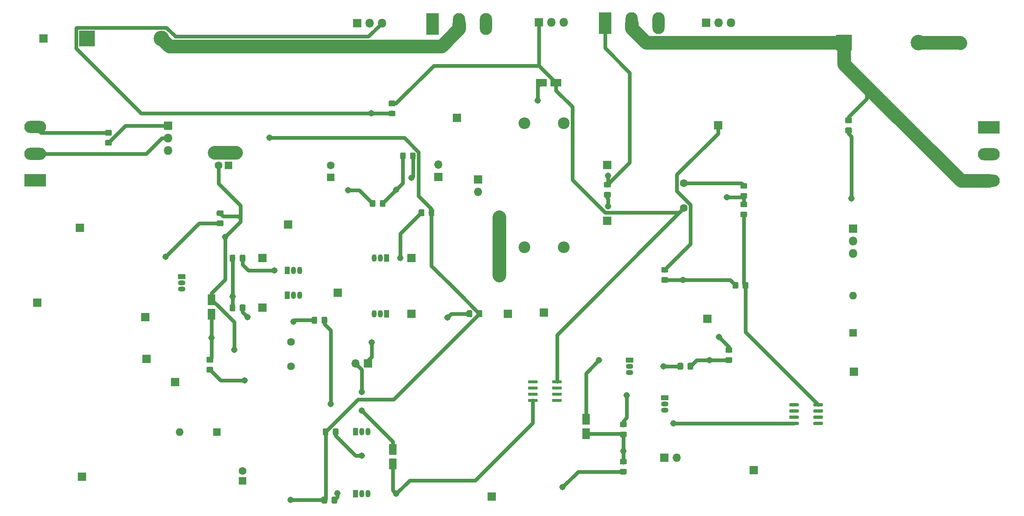
<source format=gbr>
G04 #@! TF.GenerationSoftware,KiCad,Pcbnew,(5.1.2)-2*
G04 #@! TF.CreationDate,2019-07-30T01:55:56-03:00*
G04 #@! TF.ProjectId,amplificador,616d706c-6966-4696-9361-646f722e6b69,rev?*
G04 #@! TF.SameCoordinates,Original*
G04 #@! TF.FileFunction,Copper,L1,Top*
G04 #@! TF.FilePolarity,Positive*
%FSLAX46Y46*%
G04 Gerber Fmt 4.6, Leading zero omitted, Abs format (unit mm)*
G04 Created by KiCad (PCBNEW (5.1.2)-2) date 2019-07-30 01:55:56*
%MOMM*%
%LPD*%
G04 APERTURE LIST*
%ADD10O,1.800000X1.800000*%
%ADD11R,1.800000X1.800000*%
%ADD12R,1.700000X1.700000*%
%ADD13O,1.700000X1.700000*%
%ADD14O,2.400000X2.400000*%
%ADD15C,2.400000*%
%ADD16C,1.600000*%
%ADD17R,1.600000X1.600000*%
%ADD18R,1.600000X2.200000*%
%ADD19R,2.200000X1.600000*%
%ADD20O,1.600000X1.600000*%
%ADD21O,3.200000X3.200000*%
%ADD22R,3.200000X3.200000*%
%ADD23R,1.050000X1.500000*%
%ADD24O,1.050000X1.500000*%
%ADD25O,1.500000X1.050000*%
%ADD26R,1.500000X1.050000*%
%ADD27R,4.500000X2.500000*%
%ADD28O,4.500000X2.500000*%
%ADD29O,2.500000X4.500000*%
%ADD30R,2.500000X4.500000*%
%ADD31C,0.100000*%
%ADD32C,1.150000*%
%ADD33C,0.600000*%
%ADD34C,1.309624*%
%ADD35C,1.335024*%
%ADD36C,0.787400*%
%ADD37C,2.799994*%
G04 APERTURE END LIST*
D10*
X164338000Y-31496000D03*
X161798000Y-31496000D03*
D11*
X159258000Y-31496000D03*
D12*
X152908000Y-91186000D03*
X56642000Y-88900000D03*
X84836000Y-105156000D03*
X203200000Y-123190000D03*
X107950000Y-72898000D03*
X118110000Y-86868000D03*
D13*
X187452000Y-120650000D03*
D12*
X184912000Y-120650000D03*
D13*
X121754900Y-101422200D03*
D12*
X124294900Y-101422200D03*
D13*
X146817080Y-66207640D03*
D12*
X146817080Y-63667640D03*
D13*
X138689320Y-60629800D03*
D12*
X138689320Y-63169800D03*
X78740000Y-91932760D03*
X149644100Y-128689100D03*
X245478300Y-35775900D03*
X57965340Y-34825940D03*
X160289240Y-90992960D03*
X173288960Y-72153780D03*
X173288960Y-60723780D03*
X142534640Y-51114960D03*
X195945760Y-52638960D03*
X223738440Y-103088440D03*
X193710560Y-92217240D03*
X65849500Y-124561600D03*
X133184900Y-79832200D03*
X102704900Y-79832200D03*
X65379600Y-73583800D03*
X133184900Y-91262200D03*
X102704900Y-89992200D03*
X79019400Y-100462080D03*
D14*
X156362400Y-52197000D03*
D15*
X156362400Y-77597000D03*
D14*
X164325300Y-77622400D03*
D15*
X164325300Y-52222400D03*
D16*
X98704400Y-123399800D03*
D17*
X98704400Y-125399800D03*
D16*
X93770700Y-60845700D03*
D17*
X95770700Y-60845700D03*
D16*
X188904880Y-69575680D03*
X188904880Y-64495680D03*
D18*
X129374900Y-121972200D03*
X129374900Y-118972200D03*
D16*
X108559600Y-101964500D03*
X108559600Y-96964500D03*
D18*
X92341700Y-88338400D03*
X92341700Y-91338400D03*
D17*
X116674900Y-63322200D03*
D16*
X116674900Y-60822200D03*
D18*
X168910000Y-115800000D03*
X168910000Y-112800000D03*
D19*
X159754440Y-43896280D03*
X162754440Y-43896280D03*
D17*
X223520000Y-95123000D03*
D20*
X223520000Y-87503000D03*
X85826600Y-115468400D03*
D17*
X93446600Y-115468400D03*
D21*
X82057240Y-34825940D03*
D22*
X66817240Y-34825940D03*
X221716600Y-35661600D03*
D21*
X236956600Y-35661600D03*
D23*
X107784900Y-87452200D03*
D24*
X110324900Y-87452200D03*
X109054900Y-87452200D03*
D23*
X128104900Y-91262200D03*
D24*
X125564900Y-91262200D03*
X126834900Y-91262200D03*
D25*
X86194900Y-84912200D03*
X86194900Y-86182200D03*
D26*
X86194900Y-83642200D03*
D24*
X126834900Y-79832200D03*
X125564900Y-79832200D03*
D23*
X128104900Y-79832200D03*
D24*
X109054900Y-82372200D03*
X110324900Y-82372200D03*
D23*
X107784900Y-82372200D03*
D26*
X177812700Y-100685600D03*
D25*
X177812700Y-103225600D03*
X177812700Y-101955600D03*
D23*
X121754900Y-115392200D03*
D24*
X124294900Y-115392200D03*
X123024900Y-115392200D03*
D25*
X185044080Y-109687360D03*
X185044080Y-110957360D03*
D26*
X185044080Y-108417360D03*
D24*
X123024900Y-128092200D03*
X124294900Y-128092200D03*
D23*
X121754900Y-128092200D03*
D11*
X223520000Y-73812400D03*
D10*
X223520000Y-76352400D03*
X223520000Y-78892400D03*
X83398360Y-57810400D03*
X83398360Y-55270400D03*
D11*
X83398360Y-52730400D03*
D10*
X198556880Y-31587440D03*
X196016880Y-31587440D03*
D11*
X193476880Y-31587440D03*
X122107960Y-31673800D03*
D10*
X124647960Y-31673800D03*
X127187960Y-31673800D03*
D27*
X251307600Y-53071600D03*
D28*
X251307600Y-58521600D03*
X251307600Y-63971600D03*
D29*
X183711440Y-31734760D03*
X178261440Y-31734760D03*
D30*
X172811440Y-31734760D03*
D29*
X148425760Y-31866840D03*
X142975760Y-31866840D03*
D30*
X137525760Y-31866840D03*
D27*
X56286400Y-63870840D03*
D28*
X56286400Y-58420840D03*
X56286400Y-52970840D03*
D31*
G36*
X113704405Y-91833404D02*
G01*
X113728673Y-91837004D01*
X113752472Y-91842965D01*
X113775571Y-91851230D01*
X113797750Y-91861720D01*
X113818793Y-91874332D01*
X113838499Y-91888947D01*
X113856677Y-91905423D01*
X113873153Y-91923601D01*
X113887768Y-91943307D01*
X113900380Y-91964350D01*
X113910870Y-91986529D01*
X113919135Y-92009628D01*
X113925096Y-92033427D01*
X113928696Y-92057695D01*
X113929900Y-92082199D01*
X113929900Y-92982201D01*
X113928696Y-93006705D01*
X113925096Y-93030973D01*
X113919135Y-93054772D01*
X113910870Y-93077871D01*
X113900380Y-93100050D01*
X113887768Y-93121093D01*
X113873153Y-93140799D01*
X113856677Y-93158977D01*
X113838499Y-93175453D01*
X113818793Y-93190068D01*
X113797750Y-93202680D01*
X113775571Y-93213170D01*
X113752472Y-93221435D01*
X113728673Y-93227396D01*
X113704405Y-93230996D01*
X113679901Y-93232200D01*
X113029899Y-93232200D01*
X113005395Y-93230996D01*
X112981127Y-93227396D01*
X112957328Y-93221435D01*
X112934229Y-93213170D01*
X112912050Y-93202680D01*
X112891007Y-93190068D01*
X112871301Y-93175453D01*
X112853123Y-93158977D01*
X112836647Y-93140799D01*
X112822032Y-93121093D01*
X112809420Y-93100050D01*
X112798930Y-93077871D01*
X112790665Y-93054772D01*
X112784704Y-93030973D01*
X112781104Y-93006705D01*
X112779900Y-92982201D01*
X112779900Y-92082199D01*
X112781104Y-92057695D01*
X112784704Y-92033427D01*
X112790665Y-92009628D01*
X112798930Y-91986529D01*
X112809420Y-91964350D01*
X112822032Y-91943307D01*
X112836647Y-91923601D01*
X112853123Y-91905423D01*
X112871301Y-91888947D01*
X112891007Y-91874332D01*
X112912050Y-91861720D01*
X112934229Y-91851230D01*
X112957328Y-91842965D01*
X112981127Y-91837004D01*
X113005395Y-91833404D01*
X113029899Y-91832200D01*
X113679901Y-91832200D01*
X113704405Y-91833404D01*
X113704405Y-91833404D01*
G37*
D32*
X113354900Y-92532200D03*
D31*
G36*
X115754405Y-91833404D02*
G01*
X115778673Y-91837004D01*
X115802472Y-91842965D01*
X115825571Y-91851230D01*
X115847750Y-91861720D01*
X115868793Y-91874332D01*
X115888499Y-91888947D01*
X115906677Y-91905423D01*
X115923153Y-91923601D01*
X115937768Y-91943307D01*
X115950380Y-91964350D01*
X115960870Y-91986529D01*
X115969135Y-92009628D01*
X115975096Y-92033427D01*
X115978696Y-92057695D01*
X115979900Y-92082199D01*
X115979900Y-92982201D01*
X115978696Y-93006705D01*
X115975096Y-93030973D01*
X115969135Y-93054772D01*
X115960870Y-93077871D01*
X115950380Y-93100050D01*
X115937768Y-93121093D01*
X115923153Y-93140799D01*
X115906677Y-93158977D01*
X115888499Y-93175453D01*
X115868793Y-93190068D01*
X115847750Y-93202680D01*
X115825571Y-93213170D01*
X115802472Y-93221435D01*
X115778673Y-93227396D01*
X115754405Y-93230996D01*
X115729901Y-93232200D01*
X115079899Y-93232200D01*
X115055395Y-93230996D01*
X115031127Y-93227396D01*
X115007328Y-93221435D01*
X114984229Y-93213170D01*
X114962050Y-93202680D01*
X114941007Y-93190068D01*
X114921301Y-93175453D01*
X114903123Y-93158977D01*
X114886647Y-93140799D01*
X114872032Y-93121093D01*
X114859420Y-93100050D01*
X114848930Y-93077871D01*
X114840665Y-93054772D01*
X114834704Y-93030973D01*
X114831104Y-93006705D01*
X114829900Y-92982201D01*
X114829900Y-92082199D01*
X114831104Y-92057695D01*
X114834704Y-92033427D01*
X114840665Y-92009628D01*
X114848930Y-91986529D01*
X114859420Y-91964350D01*
X114872032Y-91943307D01*
X114886647Y-91923601D01*
X114903123Y-91905423D01*
X114921301Y-91888947D01*
X114941007Y-91874332D01*
X114962050Y-91861720D01*
X114984229Y-91851230D01*
X115007328Y-91842965D01*
X115031127Y-91837004D01*
X115055395Y-91833404D01*
X115079899Y-91832200D01*
X115729901Y-91832200D01*
X115754405Y-91833404D01*
X115754405Y-91833404D01*
G37*
D32*
X115404900Y-92532200D03*
D31*
G36*
X147480385Y-90497364D02*
G01*
X147504653Y-90500964D01*
X147528452Y-90506925D01*
X147551551Y-90515190D01*
X147573730Y-90525680D01*
X147594773Y-90538292D01*
X147614479Y-90552907D01*
X147632657Y-90569383D01*
X147649133Y-90587561D01*
X147663748Y-90607267D01*
X147676360Y-90628310D01*
X147686850Y-90650489D01*
X147695115Y-90673588D01*
X147701076Y-90697387D01*
X147704676Y-90721655D01*
X147705880Y-90746159D01*
X147705880Y-91646161D01*
X147704676Y-91670665D01*
X147701076Y-91694933D01*
X147695115Y-91718732D01*
X147686850Y-91741831D01*
X147676360Y-91764010D01*
X147663748Y-91785053D01*
X147649133Y-91804759D01*
X147632657Y-91822937D01*
X147614479Y-91839413D01*
X147594773Y-91854028D01*
X147573730Y-91866640D01*
X147551551Y-91877130D01*
X147528452Y-91885395D01*
X147504653Y-91891356D01*
X147480385Y-91894956D01*
X147455881Y-91896160D01*
X146805879Y-91896160D01*
X146781375Y-91894956D01*
X146757107Y-91891356D01*
X146733308Y-91885395D01*
X146710209Y-91877130D01*
X146688030Y-91866640D01*
X146666987Y-91854028D01*
X146647281Y-91839413D01*
X146629103Y-91822937D01*
X146612627Y-91804759D01*
X146598012Y-91785053D01*
X146585400Y-91764010D01*
X146574910Y-91741831D01*
X146566645Y-91718732D01*
X146560684Y-91694933D01*
X146557084Y-91670665D01*
X146555880Y-91646161D01*
X146555880Y-90746159D01*
X146557084Y-90721655D01*
X146560684Y-90697387D01*
X146566645Y-90673588D01*
X146574910Y-90650489D01*
X146585400Y-90628310D01*
X146598012Y-90607267D01*
X146612627Y-90587561D01*
X146629103Y-90569383D01*
X146647281Y-90552907D01*
X146666987Y-90538292D01*
X146688030Y-90525680D01*
X146710209Y-90515190D01*
X146733308Y-90506925D01*
X146757107Y-90500964D01*
X146781375Y-90497364D01*
X146805879Y-90496160D01*
X147455881Y-90496160D01*
X147480385Y-90497364D01*
X147480385Y-90497364D01*
G37*
D32*
X147130880Y-91196160D03*
D31*
G36*
X145430385Y-90497364D02*
G01*
X145454653Y-90500964D01*
X145478452Y-90506925D01*
X145501551Y-90515190D01*
X145523730Y-90525680D01*
X145544773Y-90538292D01*
X145564479Y-90552907D01*
X145582657Y-90569383D01*
X145599133Y-90587561D01*
X145613748Y-90607267D01*
X145626360Y-90628310D01*
X145636850Y-90650489D01*
X145645115Y-90673588D01*
X145651076Y-90697387D01*
X145654676Y-90721655D01*
X145655880Y-90746159D01*
X145655880Y-91646161D01*
X145654676Y-91670665D01*
X145651076Y-91694933D01*
X145645115Y-91718732D01*
X145636850Y-91741831D01*
X145626360Y-91764010D01*
X145613748Y-91785053D01*
X145599133Y-91804759D01*
X145582657Y-91822937D01*
X145564479Y-91839413D01*
X145544773Y-91854028D01*
X145523730Y-91866640D01*
X145501551Y-91877130D01*
X145478452Y-91885395D01*
X145454653Y-91891356D01*
X145430385Y-91894956D01*
X145405881Y-91896160D01*
X144755879Y-91896160D01*
X144731375Y-91894956D01*
X144707107Y-91891356D01*
X144683308Y-91885395D01*
X144660209Y-91877130D01*
X144638030Y-91866640D01*
X144616987Y-91854028D01*
X144597281Y-91839413D01*
X144579103Y-91822937D01*
X144562627Y-91804759D01*
X144548012Y-91785053D01*
X144535400Y-91764010D01*
X144524910Y-91741831D01*
X144516645Y-91718732D01*
X144510684Y-91694933D01*
X144507084Y-91670665D01*
X144505880Y-91646161D01*
X144505880Y-90746159D01*
X144507084Y-90721655D01*
X144510684Y-90697387D01*
X144516645Y-90673588D01*
X144524910Y-90650489D01*
X144535400Y-90628310D01*
X144548012Y-90607267D01*
X144562627Y-90587561D01*
X144579103Y-90569383D01*
X144597281Y-90552907D01*
X144616987Y-90538292D01*
X144638030Y-90525680D01*
X144660209Y-90515190D01*
X144683308Y-90506925D01*
X144707107Y-90500964D01*
X144731375Y-90497364D01*
X144755879Y-90496160D01*
X145405881Y-90496160D01*
X145430385Y-90497364D01*
X145430385Y-90497364D01*
G37*
D32*
X145080880Y-91196160D03*
D31*
G36*
X96949405Y-89293404D02*
G01*
X96973673Y-89297004D01*
X96997472Y-89302965D01*
X97020571Y-89311230D01*
X97042750Y-89321720D01*
X97063793Y-89334332D01*
X97083499Y-89348947D01*
X97101677Y-89365423D01*
X97118153Y-89383601D01*
X97132768Y-89403307D01*
X97145380Y-89424350D01*
X97155870Y-89446529D01*
X97164135Y-89469628D01*
X97170096Y-89493427D01*
X97173696Y-89517695D01*
X97174900Y-89542199D01*
X97174900Y-90442201D01*
X97173696Y-90466705D01*
X97170096Y-90490973D01*
X97164135Y-90514772D01*
X97155870Y-90537871D01*
X97145380Y-90560050D01*
X97132768Y-90581093D01*
X97118153Y-90600799D01*
X97101677Y-90618977D01*
X97083499Y-90635453D01*
X97063793Y-90650068D01*
X97042750Y-90662680D01*
X97020571Y-90673170D01*
X96997472Y-90681435D01*
X96973673Y-90687396D01*
X96949405Y-90690996D01*
X96924901Y-90692200D01*
X96274899Y-90692200D01*
X96250395Y-90690996D01*
X96226127Y-90687396D01*
X96202328Y-90681435D01*
X96179229Y-90673170D01*
X96157050Y-90662680D01*
X96136007Y-90650068D01*
X96116301Y-90635453D01*
X96098123Y-90618977D01*
X96081647Y-90600799D01*
X96067032Y-90581093D01*
X96054420Y-90560050D01*
X96043930Y-90537871D01*
X96035665Y-90514772D01*
X96029704Y-90490973D01*
X96026104Y-90466705D01*
X96024900Y-90442201D01*
X96024900Y-89542199D01*
X96026104Y-89517695D01*
X96029704Y-89493427D01*
X96035665Y-89469628D01*
X96043930Y-89446529D01*
X96054420Y-89424350D01*
X96067032Y-89403307D01*
X96081647Y-89383601D01*
X96098123Y-89365423D01*
X96116301Y-89348947D01*
X96136007Y-89334332D01*
X96157050Y-89321720D01*
X96179229Y-89311230D01*
X96202328Y-89302965D01*
X96226127Y-89297004D01*
X96250395Y-89293404D01*
X96274899Y-89292200D01*
X96924901Y-89292200D01*
X96949405Y-89293404D01*
X96949405Y-89293404D01*
G37*
D32*
X96599900Y-89992200D03*
D31*
G36*
X98999405Y-89293404D02*
G01*
X99023673Y-89297004D01*
X99047472Y-89302965D01*
X99070571Y-89311230D01*
X99092750Y-89321720D01*
X99113793Y-89334332D01*
X99133499Y-89348947D01*
X99151677Y-89365423D01*
X99168153Y-89383601D01*
X99182768Y-89403307D01*
X99195380Y-89424350D01*
X99205870Y-89446529D01*
X99214135Y-89469628D01*
X99220096Y-89493427D01*
X99223696Y-89517695D01*
X99224900Y-89542199D01*
X99224900Y-90442201D01*
X99223696Y-90466705D01*
X99220096Y-90490973D01*
X99214135Y-90514772D01*
X99205870Y-90537871D01*
X99195380Y-90560050D01*
X99182768Y-90581093D01*
X99168153Y-90600799D01*
X99151677Y-90618977D01*
X99133499Y-90635453D01*
X99113793Y-90650068D01*
X99092750Y-90662680D01*
X99070571Y-90673170D01*
X99047472Y-90681435D01*
X99023673Y-90687396D01*
X98999405Y-90690996D01*
X98974901Y-90692200D01*
X98324899Y-90692200D01*
X98300395Y-90690996D01*
X98276127Y-90687396D01*
X98252328Y-90681435D01*
X98229229Y-90673170D01*
X98207050Y-90662680D01*
X98186007Y-90650068D01*
X98166301Y-90635453D01*
X98148123Y-90618977D01*
X98131647Y-90600799D01*
X98117032Y-90581093D01*
X98104420Y-90560050D01*
X98093930Y-90537871D01*
X98085665Y-90514772D01*
X98079704Y-90490973D01*
X98076104Y-90466705D01*
X98074900Y-90442201D01*
X98074900Y-89542199D01*
X98076104Y-89517695D01*
X98079704Y-89493427D01*
X98085665Y-89469628D01*
X98093930Y-89446529D01*
X98104420Y-89424350D01*
X98117032Y-89403307D01*
X98131647Y-89383601D01*
X98148123Y-89365423D01*
X98166301Y-89348947D01*
X98186007Y-89334332D01*
X98207050Y-89321720D01*
X98229229Y-89311230D01*
X98252328Y-89302965D01*
X98276127Y-89297004D01*
X98300395Y-89293404D01*
X98324899Y-89292200D01*
X98974901Y-89292200D01*
X98999405Y-89293404D01*
X98999405Y-89293404D01*
G37*
D32*
X98649900Y-89992200D03*
D31*
G36*
X94543405Y-72100904D02*
G01*
X94567673Y-72104504D01*
X94591472Y-72110465D01*
X94614571Y-72118730D01*
X94636750Y-72129220D01*
X94657793Y-72141832D01*
X94677499Y-72156447D01*
X94695677Y-72172923D01*
X94712153Y-72191101D01*
X94726768Y-72210807D01*
X94739380Y-72231850D01*
X94749870Y-72254029D01*
X94758135Y-72277128D01*
X94764096Y-72300927D01*
X94767696Y-72325195D01*
X94768900Y-72349699D01*
X94768900Y-72999701D01*
X94767696Y-73024205D01*
X94764096Y-73048473D01*
X94758135Y-73072272D01*
X94749870Y-73095371D01*
X94739380Y-73117550D01*
X94726768Y-73138593D01*
X94712153Y-73158299D01*
X94695677Y-73176477D01*
X94677499Y-73192953D01*
X94657793Y-73207568D01*
X94636750Y-73220180D01*
X94614571Y-73230670D01*
X94591472Y-73238935D01*
X94567673Y-73244896D01*
X94543405Y-73248496D01*
X94518901Y-73249700D01*
X93618899Y-73249700D01*
X93594395Y-73248496D01*
X93570127Y-73244896D01*
X93546328Y-73238935D01*
X93523229Y-73230670D01*
X93501050Y-73220180D01*
X93480007Y-73207568D01*
X93460301Y-73192953D01*
X93442123Y-73176477D01*
X93425647Y-73158299D01*
X93411032Y-73138593D01*
X93398420Y-73117550D01*
X93387930Y-73095371D01*
X93379665Y-73072272D01*
X93373704Y-73048473D01*
X93370104Y-73024205D01*
X93368900Y-72999701D01*
X93368900Y-72349699D01*
X93370104Y-72325195D01*
X93373704Y-72300927D01*
X93379665Y-72277128D01*
X93387930Y-72254029D01*
X93398420Y-72231850D01*
X93411032Y-72210807D01*
X93425647Y-72191101D01*
X93442123Y-72172923D01*
X93460301Y-72156447D01*
X93480007Y-72141832D01*
X93501050Y-72129220D01*
X93523229Y-72118730D01*
X93546328Y-72110465D01*
X93570127Y-72104504D01*
X93594395Y-72100904D01*
X93618899Y-72099700D01*
X94518901Y-72099700D01*
X94543405Y-72100904D01*
X94543405Y-72100904D01*
G37*
D32*
X94068900Y-72674700D03*
D31*
G36*
X94543405Y-70050904D02*
G01*
X94567673Y-70054504D01*
X94591472Y-70060465D01*
X94614571Y-70068730D01*
X94636750Y-70079220D01*
X94657793Y-70091832D01*
X94677499Y-70106447D01*
X94695677Y-70122923D01*
X94712153Y-70141101D01*
X94726768Y-70160807D01*
X94739380Y-70181850D01*
X94749870Y-70204029D01*
X94758135Y-70227128D01*
X94764096Y-70250927D01*
X94767696Y-70275195D01*
X94768900Y-70299699D01*
X94768900Y-70949701D01*
X94767696Y-70974205D01*
X94764096Y-70998473D01*
X94758135Y-71022272D01*
X94749870Y-71045371D01*
X94739380Y-71067550D01*
X94726768Y-71088593D01*
X94712153Y-71108299D01*
X94695677Y-71126477D01*
X94677499Y-71142953D01*
X94657793Y-71157568D01*
X94636750Y-71170180D01*
X94614571Y-71180670D01*
X94591472Y-71188935D01*
X94567673Y-71194896D01*
X94543405Y-71198496D01*
X94518901Y-71199700D01*
X93618899Y-71199700D01*
X93594395Y-71198496D01*
X93570127Y-71194896D01*
X93546328Y-71188935D01*
X93523229Y-71180670D01*
X93501050Y-71170180D01*
X93480007Y-71157568D01*
X93460301Y-71142953D01*
X93442123Y-71126477D01*
X93425647Y-71108299D01*
X93411032Y-71088593D01*
X93398420Y-71067550D01*
X93387930Y-71045371D01*
X93379665Y-71022272D01*
X93373704Y-70998473D01*
X93370104Y-70974205D01*
X93368900Y-70949701D01*
X93368900Y-70299699D01*
X93370104Y-70275195D01*
X93373704Y-70250927D01*
X93379665Y-70227128D01*
X93387930Y-70204029D01*
X93398420Y-70181850D01*
X93411032Y-70160807D01*
X93425647Y-70141101D01*
X93442123Y-70122923D01*
X93460301Y-70106447D01*
X93480007Y-70091832D01*
X93501050Y-70079220D01*
X93523229Y-70068730D01*
X93546328Y-70060465D01*
X93570127Y-70054504D01*
X93594395Y-70050904D01*
X93618899Y-70049700D01*
X94518901Y-70049700D01*
X94543405Y-70050904D01*
X94543405Y-70050904D01*
G37*
D32*
X94068900Y-70624700D03*
D31*
G36*
X98999405Y-79133404D02*
G01*
X99023673Y-79137004D01*
X99047472Y-79142965D01*
X99070571Y-79151230D01*
X99092750Y-79161720D01*
X99113793Y-79174332D01*
X99133499Y-79188947D01*
X99151677Y-79205423D01*
X99168153Y-79223601D01*
X99182768Y-79243307D01*
X99195380Y-79264350D01*
X99205870Y-79286529D01*
X99214135Y-79309628D01*
X99220096Y-79333427D01*
X99223696Y-79357695D01*
X99224900Y-79382199D01*
X99224900Y-80282201D01*
X99223696Y-80306705D01*
X99220096Y-80330973D01*
X99214135Y-80354772D01*
X99205870Y-80377871D01*
X99195380Y-80400050D01*
X99182768Y-80421093D01*
X99168153Y-80440799D01*
X99151677Y-80458977D01*
X99133499Y-80475453D01*
X99113793Y-80490068D01*
X99092750Y-80502680D01*
X99070571Y-80513170D01*
X99047472Y-80521435D01*
X99023673Y-80527396D01*
X98999405Y-80530996D01*
X98974901Y-80532200D01*
X98324899Y-80532200D01*
X98300395Y-80530996D01*
X98276127Y-80527396D01*
X98252328Y-80521435D01*
X98229229Y-80513170D01*
X98207050Y-80502680D01*
X98186007Y-80490068D01*
X98166301Y-80475453D01*
X98148123Y-80458977D01*
X98131647Y-80440799D01*
X98117032Y-80421093D01*
X98104420Y-80400050D01*
X98093930Y-80377871D01*
X98085665Y-80354772D01*
X98079704Y-80330973D01*
X98076104Y-80306705D01*
X98074900Y-80282201D01*
X98074900Y-79382199D01*
X98076104Y-79357695D01*
X98079704Y-79333427D01*
X98085665Y-79309628D01*
X98093930Y-79286529D01*
X98104420Y-79264350D01*
X98117032Y-79243307D01*
X98131647Y-79223601D01*
X98148123Y-79205423D01*
X98166301Y-79188947D01*
X98186007Y-79174332D01*
X98207050Y-79161720D01*
X98229229Y-79151230D01*
X98252328Y-79142965D01*
X98276127Y-79137004D01*
X98300395Y-79133404D01*
X98324899Y-79132200D01*
X98974901Y-79132200D01*
X98999405Y-79133404D01*
X98999405Y-79133404D01*
G37*
D32*
X98649900Y-79832200D03*
D31*
G36*
X96949405Y-79133404D02*
G01*
X96973673Y-79137004D01*
X96997472Y-79142965D01*
X97020571Y-79151230D01*
X97042750Y-79161720D01*
X97063793Y-79174332D01*
X97083499Y-79188947D01*
X97101677Y-79205423D01*
X97118153Y-79223601D01*
X97132768Y-79243307D01*
X97145380Y-79264350D01*
X97155870Y-79286529D01*
X97164135Y-79309628D01*
X97170096Y-79333427D01*
X97173696Y-79357695D01*
X97174900Y-79382199D01*
X97174900Y-80282201D01*
X97173696Y-80306705D01*
X97170096Y-80330973D01*
X97164135Y-80354772D01*
X97155870Y-80377871D01*
X97145380Y-80400050D01*
X97132768Y-80421093D01*
X97118153Y-80440799D01*
X97101677Y-80458977D01*
X97083499Y-80475453D01*
X97063793Y-80490068D01*
X97042750Y-80502680D01*
X97020571Y-80513170D01*
X96997472Y-80521435D01*
X96973673Y-80527396D01*
X96949405Y-80530996D01*
X96924901Y-80532200D01*
X96274899Y-80532200D01*
X96250395Y-80530996D01*
X96226127Y-80527396D01*
X96202328Y-80521435D01*
X96179229Y-80513170D01*
X96157050Y-80502680D01*
X96136007Y-80490068D01*
X96116301Y-80475453D01*
X96098123Y-80458977D01*
X96081647Y-80440799D01*
X96067032Y-80421093D01*
X96054420Y-80400050D01*
X96043930Y-80377871D01*
X96035665Y-80354772D01*
X96029704Y-80330973D01*
X96026104Y-80306705D01*
X96024900Y-80282201D01*
X96024900Y-79382199D01*
X96026104Y-79357695D01*
X96029704Y-79333427D01*
X96035665Y-79309628D01*
X96043930Y-79286529D01*
X96054420Y-79264350D01*
X96067032Y-79243307D01*
X96081647Y-79223601D01*
X96098123Y-79205423D01*
X96116301Y-79188947D01*
X96136007Y-79174332D01*
X96157050Y-79161720D01*
X96179229Y-79151230D01*
X96202328Y-79142965D01*
X96226127Y-79137004D01*
X96250395Y-79133404D01*
X96274899Y-79132200D01*
X96924901Y-79132200D01*
X96949405Y-79133404D01*
X96949405Y-79133404D01*
G37*
D32*
X96599900Y-79832200D03*
D31*
G36*
X137659585Y-69811604D02*
G01*
X137683853Y-69815204D01*
X137707652Y-69821165D01*
X137730751Y-69829430D01*
X137752930Y-69839920D01*
X137773973Y-69852532D01*
X137793679Y-69867147D01*
X137811857Y-69883623D01*
X137828333Y-69901801D01*
X137842948Y-69921507D01*
X137855560Y-69942550D01*
X137866050Y-69964729D01*
X137874315Y-69987828D01*
X137880276Y-70011627D01*
X137883876Y-70035895D01*
X137885080Y-70060399D01*
X137885080Y-70960401D01*
X137883876Y-70984905D01*
X137880276Y-71009173D01*
X137874315Y-71032972D01*
X137866050Y-71056071D01*
X137855560Y-71078250D01*
X137842948Y-71099293D01*
X137828333Y-71118999D01*
X137811857Y-71137177D01*
X137793679Y-71153653D01*
X137773973Y-71168268D01*
X137752930Y-71180880D01*
X137730751Y-71191370D01*
X137707652Y-71199635D01*
X137683853Y-71205596D01*
X137659585Y-71209196D01*
X137635081Y-71210400D01*
X136985079Y-71210400D01*
X136960575Y-71209196D01*
X136936307Y-71205596D01*
X136912508Y-71199635D01*
X136889409Y-71191370D01*
X136867230Y-71180880D01*
X136846187Y-71168268D01*
X136826481Y-71153653D01*
X136808303Y-71137177D01*
X136791827Y-71118999D01*
X136777212Y-71099293D01*
X136764600Y-71078250D01*
X136754110Y-71056071D01*
X136745845Y-71032972D01*
X136739884Y-71009173D01*
X136736284Y-70984905D01*
X136735080Y-70960401D01*
X136735080Y-70060399D01*
X136736284Y-70035895D01*
X136739884Y-70011627D01*
X136745845Y-69987828D01*
X136754110Y-69964729D01*
X136764600Y-69942550D01*
X136777212Y-69921507D01*
X136791827Y-69901801D01*
X136808303Y-69883623D01*
X136826481Y-69867147D01*
X136846187Y-69852532D01*
X136867230Y-69839920D01*
X136889409Y-69829430D01*
X136912508Y-69821165D01*
X136936307Y-69815204D01*
X136960575Y-69811604D01*
X136985079Y-69810400D01*
X137635081Y-69810400D01*
X137659585Y-69811604D01*
X137659585Y-69811604D01*
G37*
D32*
X137310080Y-70510400D03*
D31*
G36*
X135609585Y-69811604D02*
G01*
X135633853Y-69815204D01*
X135657652Y-69821165D01*
X135680751Y-69829430D01*
X135702930Y-69839920D01*
X135723973Y-69852532D01*
X135743679Y-69867147D01*
X135761857Y-69883623D01*
X135778333Y-69901801D01*
X135792948Y-69921507D01*
X135805560Y-69942550D01*
X135816050Y-69964729D01*
X135824315Y-69987828D01*
X135830276Y-70011627D01*
X135833876Y-70035895D01*
X135835080Y-70060399D01*
X135835080Y-70960401D01*
X135833876Y-70984905D01*
X135830276Y-71009173D01*
X135824315Y-71032972D01*
X135816050Y-71056071D01*
X135805560Y-71078250D01*
X135792948Y-71099293D01*
X135778333Y-71118999D01*
X135761857Y-71137177D01*
X135743679Y-71153653D01*
X135723973Y-71168268D01*
X135702930Y-71180880D01*
X135680751Y-71191370D01*
X135657652Y-71199635D01*
X135633853Y-71205596D01*
X135609585Y-71209196D01*
X135585081Y-71210400D01*
X134935079Y-71210400D01*
X134910575Y-71209196D01*
X134886307Y-71205596D01*
X134862508Y-71199635D01*
X134839409Y-71191370D01*
X134817230Y-71180880D01*
X134796187Y-71168268D01*
X134776481Y-71153653D01*
X134758303Y-71137177D01*
X134741827Y-71118999D01*
X134727212Y-71099293D01*
X134714600Y-71078250D01*
X134704110Y-71056071D01*
X134695845Y-71032972D01*
X134689884Y-71009173D01*
X134686284Y-70984905D01*
X134685080Y-70960401D01*
X134685080Y-70060399D01*
X134686284Y-70035895D01*
X134689884Y-70011627D01*
X134695845Y-69987828D01*
X134704110Y-69964729D01*
X134714600Y-69942550D01*
X134727212Y-69921507D01*
X134741827Y-69901801D01*
X134758303Y-69883623D01*
X134776481Y-69867147D01*
X134796187Y-69852532D01*
X134817230Y-69839920D01*
X134839409Y-69829430D01*
X134862508Y-69821165D01*
X134886307Y-69815204D01*
X134910575Y-69811604D01*
X134935079Y-69810400D01*
X135585081Y-69810400D01*
X135609585Y-69811604D01*
X135609585Y-69811604D01*
G37*
D32*
X135260080Y-70510400D03*
D31*
G36*
X92435205Y-102102004D02*
G01*
X92459473Y-102105604D01*
X92483272Y-102111565D01*
X92506371Y-102119830D01*
X92528550Y-102130320D01*
X92549593Y-102142932D01*
X92569299Y-102157547D01*
X92587477Y-102174023D01*
X92603953Y-102192201D01*
X92618568Y-102211907D01*
X92631180Y-102232950D01*
X92641670Y-102255129D01*
X92649935Y-102278228D01*
X92655896Y-102302027D01*
X92659496Y-102326295D01*
X92660700Y-102350799D01*
X92660700Y-103000801D01*
X92659496Y-103025305D01*
X92655896Y-103049573D01*
X92649935Y-103073372D01*
X92641670Y-103096471D01*
X92631180Y-103118650D01*
X92618568Y-103139693D01*
X92603953Y-103159399D01*
X92587477Y-103177577D01*
X92569299Y-103194053D01*
X92549593Y-103208668D01*
X92528550Y-103221280D01*
X92506371Y-103231770D01*
X92483272Y-103240035D01*
X92459473Y-103245996D01*
X92435205Y-103249596D01*
X92410701Y-103250800D01*
X91510699Y-103250800D01*
X91486195Y-103249596D01*
X91461927Y-103245996D01*
X91438128Y-103240035D01*
X91415029Y-103231770D01*
X91392850Y-103221280D01*
X91371807Y-103208668D01*
X91352101Y-103194053D01*
X91333923Y-103177577D01*
X91317447Y-103159399D01*
X91302832Y-103139693D01*
X91290220Y-103118650D01*
X91279730Y-103096471D01*
X91271465Y-103073372D01*
X91265504Y-103049573D01*
X91261904Y-103025305D01*
X91260700Y-103000801D01*
X91260700Y-102350799D01*
X91261904Y-102326295D01*
X91265504Y-102302027D01*
X91271465Y-102278228D01*
X91279730Y-102255129D01*
X91290220Y-102232950D01*
X91302832Y-102211907D01*
X91317447Y-102192201D01*
X91333923Y-102174023D01*
X91352101Y-102157547D01*
X91371807Y-102142932D01*
X91392850Y-102130320D01*
X91415029Y-102119830D01*
X91438128Y-102111565D01*
X91461927Y-102105604D01*
X91486195Y-102102004D01*
X91510699Y-102100800D01*
X92410701Y-102100800D01*
X92435205Y-102102004D01*
X92435205Y-102102004D01*
G37*
D32*
X91960700Y-102675800D03*
D31*
G36*
X92435205Y-100052004D02*
G01*
X92459473Y-100055604D01*
X92483272Y-100061565D01*
X92506371Y-100069830D01*
X92528550Y-100080320D01*
X92549593Y-100092932D01*
X92569299Y-100107547D01*
X92587477Y-100124023D01*
X92603953Y-100142201D01*
X92618568Y-100161907D01*
X92631180Y-100182950D01*
X92641670Y-100205129D01*
X92649935Y-100228228D01*
X92655896Y-100252027D01*
X92659496Y-100276295D01*
X92660700Y-100300799D01*
X92660700Y-100950801D01*
X92659496Y-100975305D01*
X92655896Y-100999573D01*
X92649935Y-101023372D01*
X92641670Y-101046471D01*
X92631180Y-101068650D01*
X92618568Y-101089693D01*
X92603953Y-101109399D01*
X92587477Y-101127577D01*
X92569299Y-101144053D01*
X92549593Y-101158668D01*
X92528550Y-101171280D01*
X92506371Y-101181770D01*
X92483272Y-101190035D01*
X92459473Y-101195996D01*
X92435205Y-101199596D01*
X92410701Y-101200800D01*
X91510699Y-101200800D01*
X91486195Y-101199596D01*
X91461927Y-101195996D01*
X91438128Y-101190035D01*
X91415029Y-101181770D01*
X91392850Y-101171280D01*
X91371807Y-101158668D01*
X91352101Y-101144053D01*
X91333923Y-101127577D01*
X91317447Y-101109399D01*
X91302832Y-101089693D01*
X91290220Y-101068650D01*
X91279730Y-101046471D01*
X91271465Y-101023372D01*
X91265504Y-100999573D01*
X91261904Y-100975305D01*
X91260700Y-100950801D01*
X91260700Y-100300799D01*
X91261904Y-100276295D01*
X91265504Y-100252027D01*
X91271465Y-100228228D01*
X91279730Y-100205129D01*
X91290220Y-100182950D01*
X91302832Y-100161907D01*
X91317447Y-100142201D01*
X91333923Y-100124023D01*
X91352101Y-100107547D01*
X91371807Y-100092932D01*
X91392850Y-100080320D01*
X91415029Y-100069830D01*
X91438128Y-100061565D01*
X91461927Y-100055604D01*
X91486195Y-100052004D01*
X91510699Y-100050800D01*
X92410701Y-100050800D01*
X92435205Y-100052004D01*
X92435205Y-100052004D01*
G37*
D32*
X91960700Y-100625800D03*
D31*
G36*
X127664465Y-67932004D02*
G01*
X127688733Y-67935604D01*
X127712532Y-67941565D01*
X127735631Y-67949830D01*
X127757810Y-67960320D01*
X127778853Y-67972932D01*
X127798559Y-67987547D01*
X127816737Y-68004023D01*
X127833213Y-68022201D01*
X127847828Y-68041907D01*
X127860440Y-68062950D01*
X127870930Y-68085129D01*
X127879195Y-68108228D01*
X127885156Y-68132027D01*
X127888756Y-68156295D01*
X127889960Y-68180799D01*
X127889960Y-69080801D01*
X127888756Y-69105305D01*
X127885156Y-69129573D01*
X127879195Y-69153372D01*
X127870930Y-69176471D01*
X127860440Y-69198650D01*
X127847828Y-69219693D01*
X127833213Y-69239399D01*
X127816737Y-69257577D01*
X127798559Y-69274053D01*
X127778853Y-69288668D01*
X127757810Y-69301280D01*
X127735631Y-69311770D01*
X127712532Y-69320035D01*
X127688733Y-69325996D01*
X127664465Y-69329596D01*
X127639961Y-69330800D01*
X126989959Y-69330800D01*
X126965455Y-69329596D01*
X126941187Y-69325996D01*
X126917388Y-69320035D01*
X126894289Y-69311770D01*
X126872110Y-69301280D01*
X126851067Y-69288668D01*
X126831361Y-69274053D01*
X126813183Y-69257577D01*
X126796707Y-69239399D01*
X126782092Y-69219693D01*
X126769480Y-69198650D01*
X126758990Y-69176471D01*
X126750725Y-69153372D01*
X126744764Y-69129573D01*
X126741164Y-69105305D01*
X126739960Y-69080801D01*
X126739960Y-68180799D01*
X126741164Y-68156295D01*
X126744764Y-68132027D01*
X126750725Y-68108228D01*
X126758990Y-68085129D01*
X126769480Y-68062950D01*
X126782092Y-68041907D01*
X126796707Y-68022201D01*
X126813183Y-68004023D01*
X126831361Y-67987547D01*
X126851067Y-67972932D01*
X126872110Y-67960320D01*
X126894289Y-67949830D01*
X126917388Y-67941565D01*
X126941187Y-67935604D01*
X126965455Y-67932004D01*
X126989959Y-67930800D01*
X127639961Y-67930800D01*
X127664465Y-67932004D01*
X127664465Y-67932004D01*
G37*
D32*
X127314960Y-68630800D03*
D31*
G36*
X125614465Y-67932004D02*
G01*
X125638733Y-67935604D01*
X125662532Y-67941565D01*
X125685631Y-67949830D01*
X125707810Y-67960320D01*
X125728853Y-67972932D01*
X125748559Y-67987547D01*
X125766737Y-68004023D01*
X125783213Y-68022201D01*
X125797828Y-68041907D01*
X125810440Y-68062950D01*
X125820930Y-68085129D01*
X125829195Y-68108228D01*
X125835156Y-68132027D01*
X125838756Y-68156295D01*
X125839960Y-68180799D01*
X125839960Y-69080801D01*
X125838756Y-69105305D01*
X125835156Y-69129573D01*
X125829195Y-69153372D01*
X125820930Y-69176471D01*
X125810440Y-69198650D01*
X125797828Y-69219693D01*
X125783213Y-69239399D01*
X125766737Y-69257577D01*
X125748559Y-69274053D01*
X125728853Y-69288668D01*
X125707810Y-69301280D01*
X125685631Y-69311770D01*
X125662532Y-69320035D01*
X125638733Y-69325996D01*
X125614465Y-69329596D01*
X125589961Y-69330800D01*
X124939959Y-69330800D01*
X124915455Y-69329596D01*
X124891187Y-69325996D01*
X124867388Y-69320035D01*
X124844289Y-69311770D01*
X124822110Y-69301280D01*
X124801067Y-69288668D01*
X124781361Y-69274053D01*
X124763183Y-69257577D01*
X124746707Y-69239399D01*
X124732092Y-69219693D01*
X124719480Y-69198650D01*
X124708990Y-69176471D01*
X124700725Y-69153372D01*
X124694764Y-69129573D01*
X124691164Y-69105305D01*
X124689960Y-69080801D01*
X124689960Y-68180799D01*
X124691164Y-68156295D01*
X124694764Y-68132027D01*
X124700725Y-68108228D01*
X124708990Y-68085129D01*
X124719480Y-68062950D01*
X124732092Y-68041907D01*
X124746707Y-68022201D01*
X124763183Y-68004023D01*
X124781361Y-67987547D01*
X124801067Y-67972932D01*
X124822110Y-67960320D01*
X124844289Y-67949830D01*
X124867388Y-67941565D01*
X124891187Y-67935604D01*
X124915455Y-67932004D01*
X124939959Y-67930800D01*
X125589961Y-67930800D01*
X125614465Y-67932004D01*
X125614465Y-67932004D01*
G37*
D32*
X125264960Y-68630800D03*
D31*
G36*
X177017205Y-113301804D02*
G01*
X177041473Y-113305404D01*
X177065272Y-113311365D01*
X177088371Y-113319630D01*
X177110550Y-113330120D01*
X177131593Y-113342732D01*
X177151299Y-113357347D01*
X177169477Y-113373823D01*
X177185953Y-113392001D01*
X177200568Y-113411707D01*
X177213180Y-113432750D01*
X177223670Y-113454929D01*
X177231935Y-113478028D01*
X177237896Y-113501827D01*
X177241496Y-113526095D01*
X177242700Y-113550599D01*
X177242700Y-114200601D01*
X177241496Y-114225105D01*
X177237896Y-114249373D01*
X177231935Y-114273172D01*
X177223670Y-114296271D01*
X177213180Y-114318450D01*
X177200568Y-114339493D01*
X177185953Y-114359199D01*
X177169477Y-114377377D01*
X177151299Y-114393853D01*
X177131593Y-114408468D01*
X177110550Y-114421080D01*
X177088371Y-114431570D01*
X177065272Y-114439835D01*
X177041473Y-114445796D01*
X177017205Y-114449396D01*
X176992701Y-114450600D01*
X176092699Y-114450600D01*
X176068195Y-114449396D01*
X176043927Y-114445796D01*
X176020128Y-114439835D01*
X175997029Y-114431570D01*
X175974850Y-114421080D01*
X175953807Y-114408468D01*
X175934101Y-114393853D01*
X175915923Y-114377377D01*
X175899447Y-114359199D01*
X175884832Y-114339493D01*
X175872220Y-114318450D01*
X175861730Y-114296271D01*
X175853465Y-114273172D01*
X175847504Y-114249373D01*
X175843904Y-114225105D01*
X175842700Y-114200601D01*
X175842700Y-113550599D01*
X175843904Y-113526095D01*
X175847504Y-113501827D01*
X175853465Y-113478028D01*
X175861730Y-113454929D01*
X175872220Y-113432750D01*
X175884832Y-113411707D01*
X175899447Y-113392001D01*
X175915923Y-113373823D01*
X175934101Y-113357347D01*
X175953807Y-113342732D01*
X175974850Y-113330120D01*
X175997029Y-113319630D01*
X176020128Y-113311365D01*
X176043927Y-113305404D01*
X176068195Y-113301804D01*
X176092699Y-113300600D01*
X176992701Y-113300600D01*
X177017205Y-113301804D01*
X177017205Y-113301804D01*
G37*
D32*
X176542700Y-113875600D03*
D31*
G36*
X177017205Y-115351804D02*
G01*
X177041473Y-115355404D01*
X177065272Y-115361365D01*
X177088371Y-115369630D01*
X177110550Y-115380120D01*
X177131593Y-115392732D01*
X177151299Y-115407347D01*
X177169477Y-115423823D01*
X177185953Y-115442001D01*
X177200568Y-115461707D01*
X177213180Y-115482750D01*
X177223670Y-115504929D01*
X177231935Y-115528028D01*
X177237896Y-115551827D01*
X177241496Y-115576095D01*
X177242700Y-115600599D01*
X177242700Y-116250601D01*
X177241496Y-116275105D01*
X177237896Y-116299373D01*
X177231935Y-116323172D01*
X177223670Y-116346271D01*
X177213180Y-116368450D01*
X177200568Y-116389493D01*
X177185953Y-116409199D01*
X177169477Y-116427377D01*
X177151299Y-116443853D01*
X177131593Y-116458468D01*
X177110550Y-116471080D01*
X177088371Y-116481570D01*
X177065272Y-116489835D01*
X177041473Y-116495796D01*
X177017205Y-116499396D01*
X176992701Y-116500600D01*
X176092699Y-116500600D01*
X176068195Y-116499396D01*
X176043927Y-116495796D01*
X176020128Y-116489835D01*
X175997029Y-116481570D01*
X175974850Y-116471080D01*
X175953807Y-116458468D01*
X175934101Y-116443853D01*
X175915923Y-116427377D01*
X175899447Y-116409199D01*
X175884832Y-116389493D01*
X175872220Y-116368450D01*
X175861730Y-116346271D01*
X175853465Y-116323172D01*
X175847504Y-116299373D01*
X175843904Y-116275105D01*
X175842700Y-116250601D01*
X175842700Y-115600599D01*
X175843904Y-115576095D01*
X175847504Y-115551827D01*
X175853465Y-115528028D01*
X175861730Y-115504929D01*
X175872220Y-115482750D01*
X175884832Y-115461707D01*
X175899447Y-115442001D01*
X175915923Y-115423823D01*
X175934101Y-115407347D01*
X175953807Y-115392732D01*
X175974850Y-115380120D01*
X175997029Y-115369630D01*
X176020128Y-115361365D01*
X176043927Y-115355404D01*
X176068195Y-115351804D01*
X176092699Y-115350600D01*
X176992701Y-115350600D01*
X177017205Y-115351804D01*
X177017205Y-115351804D01*
G37*
D32*
X176542700Y-115925600D03*
D31*
G36*
X177017205Y-122971804D02*
G01*
X177041473Y-122975404D01*
X177065272Y-122981365D01*
X177088371Y-122989630D01*
X177110550Y-123000120D01*
X177131593Y-123012732D01*
X177151299Y-123027347D01*
X177169477Y-123043823D01*
X177185953Y-123062001D01*
X177200568Y-123081707D01*
X177213180Y-123102750D01*
X177223670Y-123124929D01*
X177231935Y-123148028D01*
X177237896Y-123171827D01*
X177241496Y-123196095D01*
X177242700Y-123220599D01*
X177242700Y-123870601D01*
X177241496Y-123895105D01*
X177237896Y-123919373D01*
X177231935Y-123943172D01*
X177223670Y-123966271D01*
X177213180Y-123988450D01*
X177200568Y-124009493D01*
X177185953Y-124029199D01*
X177169477Y-124047377D01*
X177151299Y-124063853D01*
X177131593Y-124078468D01*
X177110550Y-124091080D01*
X177088371Y-124101570D01*
X177065272Y-124109835D01*
X177041473Y-124115796D01*
X177017205Y-124119396D01*
X176992701Y-124120600D01*
X176092699Y-124120600D01*
X176068195Y-124119396D01*
X176043927Y-124115796D01*
X176020128Y-124109835D01*
X175997029Y-124101570D01*
X175974850Y-124091080D01*
X175953807Y-124078468D01*
X175934101Y-124063853D01*
X175915923Y-124047377D01*
X175899447Y-124029199D01*
X175884832Y-124009493D01*
X175872220Y-123988450D01*
X175861730Y-123966271D01*
X175853465Y-123943172D01*
X175847504Y-123919373D01*
X175843904Y-123895105D01*
X175842700Y-123870601D01*
X175842700Y-123220599D01*
X175843904Y-123196095D01*
X175847504Y-123171827D01*
X175853465Y-123148028D01*
X175861730Y-123124929D01*
X175872220Y-123102750D01*
X175884832Y-123081707D01*
X175899447Y-123062001D01*
X175915923Y-123043823D01*
X175934101Y-123027347D01*
X175953807Y-123012732D01*
X175974850Y-123000120D01*
X175997029Y-122989630D01*
X176020128Y-122981365D01*
X176043927Y-122975404D01*
X176068195Y-122971804D01*
X176092699Y-122970600D01*
X176992701Y-122970600D01*
X177017205Y-122971804D01*
X177017205Y-122971804D01*
G37*
D32*
X176542700Y-123545600D03*
D31*
G36*
X177017205Y-120921804D02*
G01*
X177041473Y-120925404D01*
X177065272Y-120931365D01*
X177088371Y-120939630D01*
X177110550Y-120950120D01*
X177131593Y-120962732D01*
X177151299Y-120977347D01*
X177169477Y-120993823D01*
X177185953Y-121012001D01*
X177200568Y-121031707D01*
X177213180Y-121052750D01*
X177223670Y-121074929D01*
X177231935Y-121098028D01*
X177237896Y-121121827D01*
X177241496Y-121146095D01*
X177242700Y-121170599D01*
X177242700Y-121820601D01*
X177241496Y-121845105D01*
X177237896Y-121869373D01*
X177231935Y-121893172D01*
X177223670Y-121916271D01*
X177213180Y-121938450D01*
X177200568Y-121959493D01*
X177185953Y-121979199D01*
X177169477Y-121997377D01*
X177151299Y-122013853D01*
X177131593Y-122028468D01*
X177110550Y-122041080D01*
X177088371Y-122051570D01*
X177065272Y-122059835D01*
X177041473Y-122065796D01*
X177017205Y-122069396D01*
X176992701Y-122070600D01*
X176092699Y-122070600D01*
X176068195Y-122069396D01*
X176043927Y-122065796D01*
X176020128Y-122059835D01*
X175997029Y-122051570D01*
X175974850Y-122041080D01*
X175953807Y-122028468D01*
X175934101Y-122013853D01*
X175915923Y-121997377D01*
X175899447Y-121979199D01*
X175884832Y-121959493D01*
X175872220Y-121938450D01*
X175861730Y-121916271D01*
X175853465Y-121893172D01*
X175847504Y-121869373D01*
X175843904Y-121845105D01*
X175842700Y-121820601D01*
X175842700Y-121170599D01*
X175843904Y-121146095D01*
X175847504Y-121121827D01*
X175853465Y-121098028D01*
X175861730Y-121074929D01*
X175872220Y-121052750D01*
X175884832Y-121031707D01*
X175899447Y-121012001D01*
X175915923Y-120993823D01*
X175934101Y-120977347D01*
X175953807Y-120962732D01*
X175974850Y-120950120D01*
X175997029Y-120939630D01*
X176020128Y-120931365D01*
X176043927Y-120925404D01*
X176068195Y-120921804D01*
X176092699Y-120920600D01*
X176992701Y-120920600D01*
X177017205Y-120921804D01*
X177017205Y-120921804D01*
G37*
D32*
X176542700Y-121495600D03*
D31*
G36*
X133867145Y-58183484D02*
G01*
X133891413Y-58187084D01*
X133915212Y-58193045D01*
X133938311Y-58201310D01*
X133960490Y-58211800D01*
X133981533Y-58224412D01*
X134001239Y-58239027D01*
X134019417Y-58255503D01*
X134035893Y-58273681D01*
X134050508Y-58293387D01*
X134063120Y-58314430D01*
X134073610Y-58336609D01*
X134081875Y-58359708D01*
X134087836Y-58383507D01*
X134091436Y-58407775D01*
X134092640Y-58432279D01*
X134092640Y-59332281D01*
X134091436Y-59356785D01*
X134087836Y-59381053D01*
X134081875Y-59404852D01*
X134073610Y-59427951D01*
X134063120Y-59450130D01*
X134050508Y-59471173D01*
X134035893Y-59490879D01*
X134019417Y-59509057D01*
X134001239Y-59525533D01*
X133981533Y-59540148D01*
X133960490Y-59552760D01*
X133938311Y-59563250D01*
X133915212Y-59571515D01*
X133891413Y-59577476D01*
X133867145Y-59581076D01*
X133842641Y-59582280D01*
X133192639Y-59582280D01*
X133168135Y-59581076D01*
X133143867Y-59577476D01*
X133120068Y-59571515D01*
X133096969Y-59563250D01*
X133074790Y-59552760D01*
X133053747Y-59540148D01*
X133034041Y-59525533D01*
X133015863Y-59509057D01*
X132999387Y-59490879D01*
X132984772Y-59471173D01*
X132972160Y-59450130D01*
X132961670Y-59427951D01*
X132953405Y-59404852D01*
X132947444Y-59381053D01*
X132943844Y-59356785D01*
X132942640Y-59332281D01*
X132942640Y-58432279D01*
X132943844Y-58407775D01*
X132947444Y-58383507D01*
X132953405Y-58359708D01*
X132961670Y-58336609D01*
X132972160Y-58314430D01*
X132984772Y-58293387D01*
X132999387Y-58273681D01*
X133015863Y-58255503D01*
X133034041Y-58239027D01*
X133053747Y-58224412D01*
X133074790Y-58211800D01*
X133096969Y-58201310D01*
X133120068Y-58193045D01*
X133143867Y-58187084D01*
X133168135Y-58183484D01*
X133192639Y-58182280D01*
X133842641Y-58182280D01*
X133867145Y-58183484D01*
X133867145Y-58183484D01*
G37*
D32*
X133517640Y-58882280D03*
D31*
G36*
X131817145Y-58183484D02*
G01*
X131841413Y-58187084D01*
X131865212Y-58193045D01*
X131888311Y-58201310D01*
X131910490Y-58211800D01*
X131931533Y-58224412D01*
X131951239Y-58239027D01*
X131969417Y-58255503D01*
X131985893Y-58273681D01*
X132000508Y-58293387D01*
X132013120Y-58314430D01*
X132023610Y-58336609D01*
X132031875Y-58359708D01*
X132037836Y-58383507D01*
X132041436Y-58407775D01*
X132042640Y-58432279D01*
X132042640Y-59332281D01*
X132041436Y-59356785D01*
X132037836Y-59381053D01*
X132031875Y-59404852D01*
X132023610Y-59427951D01*
X132013120Y-59450130D01*
X132000508Y-59471173D01*
X131985893Y-59490879D01*
X131969417Y-59509057D01*
X131951239Y-59525533D01*
X131931533Y-59540148D01*
X131910490Y-59552760D01*
X131888311Y-59563250D01*
X131865212Y-59571515D01*
X131841413Y-59577476D01*
X131817145Y-59581076D01*
X131792641Y-59582280D01*
X131142639Y-59582280D01*
X131118135Y-59581076D01*
X131093867Y-59577476D01*
X131070068Y-59571515D01*
X131046969Y-59563250D01*
X131024790Y-59552760D01*
X131003747Y-59540148D01*
X130984041Y-59525533D01*
X130965863Y-59509057D01*
X130949387Y-59490879D01*
X130934772Y-59471173D01*
X130922160Y-59450130D01*
X130911670Y-59427951D01*
X130903405Y-59404852D01*
X130897444Y-59381053D01*
X130893844Y-59356785D01*
X130892640Y-59332281D01*
X130892640Y-58432279D01*
X130893844Y-58407775D01*
X130897444Y-58383507D01*
X130903405Y-58359708D01*
X130911670Y-58336609D01*
X130922160Y-58314430D01*
X130934772Y-58293387D01*
X130949387Y-58273681D01*
X130965863Y-58255503D01*
X130984041Y-58239027D01*
X131003747Y-58224412D01*
X131024790Y-58211800D01*
X131046969Y-58201310D01*
X131070068Y-58193045D01*
X131093867Y-58187084D01*
X131118135Y-58183484D01*
X131142639Y-58182280D01*
X131792641Y-58182280D01*
X131817145Y-58183484D01*
X131817145Y-58183484D01*
G37*
D32*
X131467640Y-58882280D03*
D31*
G36*
X115999405Y-114693404D02*
G01*
X116023673Y-114697004D01*
X116047472Y-114702965D01*
X116070571Y-114711230D01*
X116092750Y-114721720D01*
X116113793Y-114734332D01*
X116133499Y-114748947D01*
X116151677Y-114765423D01*
X116168153Y-114783601D01*
X116182768Y-114803307D01*
X116195380Y-114824350D01*
X116205870Y-114846529D01*
X116214135Y-114869628D01*
X116220096Y-114893427D01*
X116223696Y-114917695D01*
X116224900Y-114942199D01*
X116224900Y-115842201D01*
X116223696Y-115866705D01*
X116220096Y-115890973D01*
X116214135Y-115914772D01*
X116205870Y-115937871D01*
X116195380Y-115960050D01*
X116182768Y-115981093D01*
X116168153Y-116000799D01*
X116151677Y-116018977D01*
X116133499Y-116035453D01*
X116113793Y-116050068D01*
X116092750Y-116062680D01*
X116070571Y-116073170D01*
X116047472Y-116081435D01*
X116023673Y-116087396D01*
X115999405Y-116090996D01*
X115974901Y-116092200D01*
X115324899Y-116092200D01*
X115300395Y-116090996D01*
X115276127Y-116087396D01*
X115252328Y-116081435D01*
X115229229Y-116073170D01*
X115207050Y-116062680D01*
X115186007Y-116050068D01*
X115166301Y-116035453D01*
X115148123Y-116018977D01*
X115131647Y-116000799D01*
X115117032Y-115981093D01*
X115104420Y-115960050D01*
X115093930Y-115937871D01*
X115085665Y-115914772D01*
X115079704Y-115890973D01*
X115076104Y-115866705D01*
X115074900Y-115842201D01*
X115074900Y-114942199D01*
X115076104Y-114917695D01*
X115079704Y-114893427D01*
X115085665Y-114869628D01*
X115093930Y-114846529D01*
X115104420Y-114824350D01*
X115117032Y-114803307D01*
X115131647Y-114783601D01*
X115148123Y-114765423D01*
X115166301Y-114748947D01*
X115186007Y-114734332D01*
X115207050Y-114721720D01*
X115229229Y-114711230D01*
X115252328Y-114702965D01*
X115276127Y-114697004D01*
X115300395Y-114693404D01*
X115324899Y-114692200D01*
X115974901Y-114692200D01*
X115999405Y-114693404D01*
X115999405Y-114693404D01*
G37*
D32*
X115649900Y-115392200D03*
D31*
G36*
X118049405Y-114693404D02*
G01*
X118073673Y-114697004D01*
X118097472Y-114702965D01*
X118120571Y-114711230D01*
X118142750Y-114721720D01*
X118163793Y-114734332D01*
X118183499Y-114748947D01*
X118201677Y-114765423D01*
X118218153Y-114783601D01*
X118232768Y-114803307D01*
X118245380Y-114824350D01*
X118255870Y-114846529D01*
X118264135Y-114869628D01*
X118270096Y-114893427D01*
X118273696Y-114917695D01*
X118274900Y-114942199D01*
X118274900Y-115842201D01*
X118273696Y-115866705D01*
X118270096Y-115890973D01*
X118264135Y-115914772D01*
X118255870Y-115937871D01*
X118245380Y-115960050D01*
X118232768Y-115981093D01*
X118218153Y-116000799D01*
X118201677Y-116018977D01*
X118183499Y-116035453D01*
X118163793Y-116050068D01*
X118142750Y-116062680D01*
X118120571Y-116073170D01*
X118097472Y-116081435D01*
X118073673Y-116087396D01*
X118049405Y-116090996D01*
X118024901Y-116092200D01*
X117374899Y-116092200D01*
X117350395Y-116090996D01*
X117326127Y-116087396D01*
X117302328Y-116081435D01*
X117279229Y-116073170D01*
X117257050Y-116062680D01*
X117236007Y-116050068D01*
X117216301Y-116035453D01*
X117198123Y-116018977D01*
X117181647Y-116000799D01*
X117167032Y-115981093D01*
X117154420Y-115960050D01*
X117143930Y-115937871D01*
X117135665Y-115914772D01*
X117129704Y-115890973D01*
X117126104Y-115866705D01*
X117124900Y-115842201D01*
X117124900Y-114942199D01*
X117126104Y-114917695D01*
X117129704Y-114893427D01*
X117135665Y-114869628D01*
X117143930Y-114846529D01*
X117154420Y-114824350D01*
X117167032Y-114803307D01*
X117181647Y-114783601D01*
X117198123Y-114765423D01*
X117216301Y-114748947D01*
X117236007Y-114734332D01*
X117257050Y-114721720D01*
X117279229Y-114711230D01*
X117302328Y-114702965D01*
X117326127Y-114697004D01*
X117350395Y-114693404D01*
X117374899Y-114692200D01*
X118024901Y-114692200D01*
X118049405Y-114693404D01*
X118049405Y-114693404D01*
G37*
D32*
X117699900Y-115392200D03*
D31*
G36*
X190617205Y-101256804D02*
G01*
X190641473Y-101260404D01*
X190665272Y-101266365D01*
X190688371Y-101274630D01*
X190710550Y-101285120D01*
X190731593Y-101297732D01*
X190751299Y-101312347D01*
X190769477Y-101328823D01*
X190785953Y-101347001D01*
X190800568Y-101366707D01*
X190813180Y-101387750D01*
X190823670Y-101409929D01*
X190831935Y-101433028D01*
X190837896Y-101456827D01*
X190841496Y-101481095D01*
X190842700Y-101505599D01*
X190842700Y-102405601D01*
X190841496Y-102430105D01*
X190837896Y-102454373D01*
X190831935Y-102478172D01*
X190823670Y-102501271D01*
X190813180Y-102523450D01*
X190800568Y-102544493D01*
X190785953Y-102564199D01*
X190769477Y-102582377D01*
X190751299Y-102598853D01*
X190731593Y-102613468D01*
X190710550Y-102626080D01*
X190688371Y-102636570D01*
X190665272Y-102644835D01*
X190641473Y-102650796D01*
X190617205Y-102654396D01*
X190592701Y-102655600D01*
X189942699Y-102655600D01*
X189918195Y-102654396D01*
X189893927Y-102650796D01*
X189870128Y-102644835D01*
X189847029Y-102636570D01*
X189824850Y-102626080D01*
X189803807Y-102613468D01*
X189784101Y-102598853D01*
X189765923Y-102582377D01*
X189749447Y-102564199D01*
X189734832Y-102544493D01*
X189722220Y-102523450D01*
X189711730Y-102501271D01*
X189703465Y-102478172D01*
X189697504Y-102454373D01*
X189693904Y-102430105D01*
X189692700Y-102405601D01*
X189692700Y-101505599D01*
X189693904Y-101481095D01*
X189697504Y-101456827D01*
X189703465Y-101433028D01*
X189711730Y-101409929D01*
X189722220Y-101387750D01*
X189734832Y-101366707D01*
X189749447Y-101347001D01*
X189765923Y-101328823D01*
X189784101Y-101312347D01*
X189803807Y-101297732D01*
X189824850Y-101285120D01*
X189847029Y-101274630D01*
X189870128Y-101266365D01*
X189893927Y-101260404D01*
X189918195Y-101256804D01*
X189942699Y-101255600D01*
X190592701Y-101255600D01*
X190617205Y-101256804D01*
X190617205Y-101256804D01*
G37*
D32*
X190267700Y-101955600D03*
D31*
G36*
X188567205Y-101256804D02*
G01*
X188591473Y-101260404D01*
X188615272Y-101266365D01*
X188638371Y-101274630D01*
X188660550Y-101285120D01*
X188681593Y-101297732D01*
X188701299Y-101312347D01*
X188719477Y-101328823D01*
X188735953Y-101347001D01*
X188750568Y-101366707D01*
X188763180Y-101387750D01*
X188773670Y-101409929D01*
X188781935Y-101433028D01*
X188787896Y-101456827D01*
X188791496Y-101481095D01*
X188792700Y-101505599D01*
X188792700Y-102405601D01*
X188791496Y-102430105D01*
X188787896Y-102454373D01*
X188781935Y-102478172D01*
X188773670Y-102501271D01*
X188763180Y-102523450D01*
X188750568Y-102544493D01*
X188735953Y-102564199D01*
X188719477Y-102582377D01*
X188701299Y-102598853D01*
X188681593Y-102613468D01*
X188660550Y-102626080D01*
X188638371Y-102636570D01*
X188615272Y-102644835D01*
X188591473Y-102650796D01*
X188567205Y-102654396D01*
X188542701Y-102655600D01*
X187892699Y-102655600D01*
X187868195Y-102654396D01*
X187843927Y-102650796D01*
X187820128Y-102644835D01*
X187797029Y-102636570D01*
X187774850Y-102626080D01*
X187753807Y-102613468D01*
X187734101Y-102598853D01*
X187715923Y-102582377D01*
X187699447Y-102564199D01*
X187684832Y-102544493D01*
X187672220Y-102523450D01*
X187661730Y-102501271D01*
X187653465Y-102478172D01*
X187647504Y-102454373D01*
X187643904Y-102430105D01*
X187642700Y-102405601D01*
X187642700Y-101505599D01*
X187643904Y-101481095D01*
X187647504Y-101456827D01*
X187653465Y-101433028D01*
X187661730Y-101409929D01*
X187672220Y-101387750D01*
X187684832Y-101366707D01*
X187699447Y-101347001D01*
X187715923Y-101328823D01*
X187734101Y-101312347D01*
X187753807Y-101297732D01*
X187774850Y-101285120D01*
X187797029Y-101274630D01*
X187820128Y-101266365D01*
X187843927Y-101260404D01*
X187868195Y-101256804D01*
X187892699Y-101255600D01*
X188542701Y-101255600D01*
X188567205Y-101256804D01*
X188567205Y-101256804D01*
G37*
D32*
X188217700Y-101955600D03*
D31*
G36*
X198607205Y-98061804D02*
G01*
X198631473Y-98065404D01*
X198655272Y-98071365D01*
X198678371Y-98079630D01*
X198700550Y-98090120D01*
X198721593Y-98102732D01*
X198741299Y-98117347D01*
X198759477Y-98133823D01*
X198775953Y-98152001D01*
X198790568Y-98171707D01*
X198803180Y-98192750D01*
X198813670Y-98214929D01*
X198821935Y-98238028D01*
X198827896Y-98261827D01*
X198831496Y-98286095D01*
X198832700Y-98310599D01*
X198832700Y-98960601D01*
X198831496Y-98985105D01*
X198827896Y-99009373D01*
X198821935Y-99033172D01*
X198813670Y-99056271D01*
X198803180Y-99078450D01*
X198790568Y-99099493D01*
X198775953Y-99119199D01*
X198759477Y-99137377D01*
X198741299Y-99153853D01*
X198721593Y-99168468D01*
X198700550Y-99181080D01*
X198678371Y-99191570D01*
X198655272Y-99199835D01*
X198631473Y-99205796D01*
X198607205Y-99209396D01*
X198582701Y-99210600D01*
X197682699Y-99210600D01*
X197658195Y-99209396D01*
X197633927Y-99205796D01*
X197610128Y-99199835D01*
X197587029Y-99191570D01*
X197564850Y-99181080D01*
X197543807Y-99168468D01*
X197524101Y-99153853D01*
X197505923Y-99137377D01*
X197489447Y-99119199D01*
X197474832Y-99099493D01*
X197462220Y-99078450D01*
X197451730Y-99056271D01*
X197443465Y-99033172D01*
X197437504Y-99009373D01*
X197433904Y-98985105D01*
X197432700Y-98960601D01*
X197432700Y-98310599D01*
X197433904Y-98286095D01*
X197437504Y-98261827D01*
X197443465Y-98238028D01*
X197451730Y-98214929D01*
X197462220Y-98192750D01*
X197474832Y-98171707D01*
X197489447Y-98152001D01*
X197505923Y-98133823D01*
X197524101Y-98117347D01*
X197543807Y-98102732D01*
X197564850Y-98090120D01*
X197587029Y-98079630D01*
X197610128Y-98071365D01*
X197633927Y-98065404D01*
X197658195Y-98061804D01*
X197682699Y-98060600D01*
X198582701Y-98060600D01*
X198607205Y-98061804D01*
X198607205Y-98061804D01*
G37*
D32*
X198132700Y-98635600D03*
D31*
G36*
X198607205Y-100111804D02*
G01*
X198631473Y-100115404D01*
X198655272Y-100121365D01*
X198678371Y-100129630D01*
X198700550Y-100140120D01*
X198721593Y-100152732D01*
X198741299Y-100167347D01*
X198759477Y-100183823D01*
X198775953Y-100202001D01*
X198790568Y-100221707D01*
X198803180Y-100242750D01*
X198813670Y-100264929D01*
X198821935Y-100288028D01*
X198827896Y-100311827D01*
X198831496Y-100336095D01*
X198832700Y-100360599D01*
X198832700Y-101010601D01*
X198831496Y-101035105D01*
X198827896Y-101059373D01*
X198821935Y-101083172D01*
X198813670Y-101106271D01*
X198803180Y-101128450D01*
X198790568Y-101149493D01*
X198775953Y-101169199D01*
X198759477Y-101187377D01*
X198741299Y-101203853D01*
X198721593Y-101218468D01*
X198700550Y-101231080D01*
X198678371Y-101241570D01*
X198655272Y-101249835D01*
X198631473Y-101255796D01*
X198607205Y-101259396D01*
X198582701Y-101260600D01*
X197682699Y-101260600D01*
X197658195Y-101259396D01*
X197633927Y-101255796D01*
X197610128Y-101249835D01*
X197587029Y-101241570D01*
X197564850Y-101231080D01*
X197543807Y-101218468D01*
X197524101Y-101203853D01*
X197505923Y-101187377D01*
X197489447Y-101169199D01*
X197474832Y-101149493D01*
X197462220Y-101128450D01*
X197451730Y-101106271D01*
X197443465Y-101083172D01*
X197437504Y-101059373D01*
X197433904Y-101035105D01*
X197432700Y-101010601D01*
X197432700Y-100360599D01*
X197433904Y-100336095D01*
X197437504Y-100311827D01*
X197443465Y-100288028D01*
X197451730Y-100264929D01*
X197462220Y-100242750D01*
X197474832Y-100221707D01*
X197489447Y-100202001D01*
X197505923Y-100183823D01*
X197524101Y-100167347D01*
X197543807Y-100152732D01*
X197564850Y-100140120D01*
X197587029Y-100129630D01*
X197610128Y-100121365D01*
X197633927Y-100115404D01*
X197658195Y-100111804D01*
X197682699Y-100110600D01*
X198582701Y-100110600D01*
X198607205Y-100111804D01*
X198607205Y-100111804D01*
G37*
D32*
X198132700Y-100685600D03*
D31*
G36*
X117804405Y-128663404D02*
G01*
X117828673Y-128667004D01*
X117852472Y-128672965D01*
X117875571Y-128681230D01*
X117897750Y-128691720D01*
X117918793Y-128704332D01*
X117938499Y-128718947D01*
X117956677Y-128735423D01*
X117973153Y-128753601D01*
X117987768Y-128773307D01*
X118000380Y-128794350D01*
X118010870Y-128816529D01*
X118019135Y-128839628D01*
X118025096Y-128863427D01*
X118028696Y-128887695D01*
X118029900Y-128912199D01*
X118029900Y-129812201D01*
X118028696Y-129836705D01*
X118025096Y-129860973D01*
X118019135Y-129884772D01*
X118010870Y-129907871D01*
X118000380Y-129930050D01*
X117987768Y-129951093D01*
X117973153Y-129970799D01*
X117956677Y-129988977D01*
X117938499Y-130005453D01*
X117918793Y-130020068D01*
X117897750Y-130032680D01*
X117875571Y-130043170D01*
X117852472Y-130051435D01*
X117828673Y-130057396D01*
X117804405Y-130060996D01*
X117779901Y-130062200D01*
X117129899Y-130062200D01*
X117105395Y-130060996D01*
X117081127Y-130057396D01*
X117057328Y-130051435D01*
X117034229Y-130043170D01*
X117012050Y-130032680D01*
X116991007Y-130020068D01*
X116971301Y-130005453D01*
X116953123Y-129988977D01*
X116936647Y-129970799D01*
X116922032Y-129951093D01*
X116909420Y-129930050D01*
X116898930Y-129907871D01*
X116890665Y-129884772D01*
X116884704Y-129860973D01*
X116881104Y-129836705D01*
X116879900Y-129812201D01*
X116879900Y-128912199D01*
X116881104Y-128887695D01*
X116884704Y-128863427D01*
X116890665Y-128839628D01*
X116898930Y-128816529D01*
X116909420Y-128794350D01*
X116922032Y-128773307D01*
X116936647Y-128753601D01*
X116953123Y-128735423D01*
X116971301Y-128718947D01*
X116991007Y-128704332D01*
X117012050Y-128691720D01*
X117034229Y-128681230D01*
X117057328Y-128672965D01*
X117081127Y-128667004D01*
X117105395Y-128663404D01*
X117129899Y-128662200D01*
X117779901Y-128662200D01*
X117804405Y-128663404D01*
X117804405Y-128663404D01*
G37*
D32*
X117454900Y-129362200D03*
D31*
G36*
X115754405Y-128663404D02*
G01*
X115778673Y-128667004D01*
X115802472Y-128672965D01*
X115825571Y-128681230D01*
X115847750Y-128691720D01*
X115868793Y-128704332D01*
X115888499Y-128718947D01*
X115906677Y-128735423D01*
X115923153Y-128753601D01*
X115937768Y-128773307D01*
X115950380Y-128794350D01*
X115960870Y-128816529D01*
X115969135Y-128839628D01*
X115975096Y-128863427D01*
X115978696Y-128887695D01*
X115979900Y-128912199D01*
X115979900Y-129812201D01*
X115978696Y-129836705D01*
X115975096Y-129860973D01*
X115969135Y-129884772D01*
X115960870Y-129907871D01*
X115950380Y-129930050D01*
X115937768Y-129951093D01*
X115923153Y-129970799D01*
X115906677Y-129988977D01*
X115888499Y-130005453D01*
X115868793Y-130020068D01*
X115847750Y-130032680D01*
X115825571Y-130043170D01*
X115802472Y-130051435D01*
X115778673Y-130057396D01*
X115754405Y-130060996D01*
X115729901Y-130062200D01*
X115079899Y-130062200D01*
X115055395Y-130060996D01*
X115031127Y-130057396D01*
X115007328Y-130051435D01*
X114984229Y-130043170D01*
X114962050Y-130032680D01*
X114941007Y-130020068D01*
X114921301Y-130005453D01*
X114903123Y-129988977D01*
X114886647Y-129970799D01*
X114872032Y-129951093D01*
X114859420Y-129930050D01*
X114848930Y-129907871D01*
X114840665Y-129884772D01*
X114834704Y-129860973D01*
X114831104Y-129836705D01*
X114829900Y-129812201D01*
X114829900Y-128912199D01*
X114831104Y-128887695D01*
X114834704Y-128863427D01*
X114840665Y-128839628D01*
X114848930Y-128816529D01*
X114859420Y-128794350D01*
X114872032Y-128773307D01*
X114886647Y-128753601D01*
X114903123Y-128735423D01*
X114921301Y-128718947D01*
X114941007Y-128704332D01*
X114962050Y-128691720D01*
X114984229Y-128681230D01*
X115007328Y-128672965D01*
X115031127Y-128667004D01*
X115055395Y-128663404D01*
X115079899Y-128662200D01*
X115729901Y-128662200D01*
X115754405Y-128663404D01*
X115754405Y-128663404D01*
G37*
D32*
X115404900Y-129362200D03*
D31*
G36*
X201652665Y-68243584D02*
G01*
X201676933Y-68247184D01*
X201700732Y-68253145D01*
X201723831Y-68261410D01*
X201746010Y-68271900D01*
X201767053Y-68284512D01*
X201786759Y-68299127D01*
X201804937Y-68315603D01*
X201821413Y-68333781D01*
X201836028Y-68353487D01*
X201848640Y-68374530D01*
X201859130Y-68396709D01*
X201867395Y-68419808D01*
X201873356Y-68443607D01*
X201876956Y-68467875D01*
X201878160Y-68492379D01*
X201878160Y-69142381D01*
X201876956Y-69166885D01*
X201873356Y-69191153D01*
X201867395Y-69214952D01*
X201859130Y-69238051D01*
X201848640Y-69260230D01*
X201836028Y-69281273D01*
X201821413Y-69300979D01*
X201804937Y-69319157D01*
X201786759Y-69335633D01*
X201767053Y-69350248D01*
X201746010Y-69362860D01*
X201723831Y-69373350D01*
X201700732Y-69381615D01*
X201676933Y-69387576D01*
X201652665Y-69391176D01*
X201628161Y-69392380D01*
X200728159Y-69392380D01*
X200703655Y-69391176D01*
X200679387Y-69387576D01*
X200655588Y-69381615D01*
X200632489Y-69373350D01*
X200610310Y-69362860D01*
X200589267Y-69350248D01*
X200569561Y-69335633D01*
X200551383Y-69319157D01*
X200534907Y-69300979D01*
X200520292Y-69281273D01*
X200507680Y-69260230D01*
X200497190Y-69238051D01*
X200488925Y-69214952D01*
X200482964Y-69191153D01*
X200479364Y-69166885D01*
X200478160Y-69142381D01*
X200478160Y-68492379D01*
X200479364Y-68467875D01*
X200482964Y-68443607D01*
X200488925Y-68419808D01*
X200497190Y-68396709D01*
X200507680Y-68374530D01*
X200520292Y-68353487D01*
X200534907Y-68333781D01*
X200551383Y-68315603D01*
X200569561Y-68299127D01*
X200589267Y-68284512D01*
X200610310Y-68271900D01*
X200632489Y-68261410D01*
X200655588Y-68253145D01*
X200679387Y-68247184D01*
X200703655Y-68243584D01*
X200728159Y-68242380D01*
X201628161Y-68242380D01*
X201652665Y-68243584D01*
X201652665Y-68243584D01*
G37*
D32*
X201178160Y-68817380D03*
D31*
G36*
X201652665Y-70293584D02*
G01*
X201676933Y-70297184D01*
X201700732Y-70303145D01*
X201723831Y-70311410D01*
X201746010Y-70321900D01*
X201767053Y-70334512D01*
X201786759Y-70349127D01*
X201804937Y-70365603D01*
X201821413Y-70383781D01*
X201836028Y-70403487D01*
X201848640Y-70424530D01*
X201859130Y-70446709D01*
X201867395Y-70469808D01*
X201873356Y-70493607D01*
X201876956Y-70517875D01*
X201878160Y-70542379D01*
X201878160Y-71192381D01*
X201876956Y-71216885D01*
X201873356Y-71241153D01*
X201867395Y-71264952D01*
X201859130Y-71288051D01*
X201848640Y-71310230D01*
X201836028Y-71331273D01*
X201821413Y-71350979D01*
X201804937Y-71369157D01*
X201786759Y-71385633D01*
X201767053Y-71400248D01*
X201746010Y-71412860D01*
X201723831Y-71423350D01*
X201700732Y-71431615D01*
X201676933Y-71437576D01*
X201652665Y-71441176D01*
X201628161Y-71442380D01*
X200728159Y-71442380D01*
X200703655Y-71441176D01*
X200679387Y-71437576D01*
X200655588Y-71431615D01*
X200632489Y-71423350D01*
X200610310Y-71412860D01*
X200589267Y-71400248D01*
X200569561Y-71385633D01*
X200551383Y-71369157D01*
X200534907Y-71350979D01*
X200520292Y-71331273D01*
X200507680Y-71310230D01*
X200497190Y-71288051D01*
X200488925Y-71264952D01*
X200482964Y-71241153D01*
X200479364Y-71216885D01*
X200478160Y-71192381D01*
X200478160Y-70542379D01*
X200479364Y-70517875D01*
X200482964Y-70493607D01*
X200488925Y-70469808D01*
X200497190Y-70446709D01*
X200507680Y-70424530D01*
X200520292Y-70403487D01*
X200534907Y-70383781D01*
X200551383Y-70365603D01*
X200569561Y-70349127D01*
X200589267Y-70334512D01*
X200610310Y-70321900D01*
X200632489Y-70311410D01*
X200655588Y-70303145D01*
X200679387Y-70297184D01*
X200703655Y-70293584D01*
X200728159Y-70292380D01*
X201628161Y-70292380D01*
X201652665Y-70293584D01*
X201652665Y-70293584D01*
G37*
D32*
X201178160Y-70867380D03*
D31*
G36*
X201652665Y-66483584D02*
G01*
X201676933Y-66487184D01*
X201700732Y-66493145D01*
X201723831Y-66501410D01*
X201746010Y-66511900D01*
X201767053Y-66524512D01*
X201786759Y-66539127D01*
X201804937Y-66555603D01*
X201821413Y-66573781D01*
X201836028Y-66593487D01*
X201848640Y-66614530D01*
X201859130Y-66636709D01*
X201867395Y-66659808D01*
X201873356Y-66683607D01*
X201876956Y-66707875D01*
X201878160Y-66732379D01*
X201878160Y-67382381D01*
X201876956Y-67406885D01*
X201873356Y-67431153D01*
X201867395Y-67454952D01*
X201859130Y-67478051D01*
X201848640Y-67500230D01*
X201836028Y-67521273D01*
X201821413Y-67540979D01*
X201804937Y-67559157D01*
X201786759Y-67575633D01*
X201767053Y-67590248D01*
X201746010Y-67602860D01*
X201723831Y-67613350D01*
X201700732Y-67621615D01*
X201676933Y-67627576D01*
X201652665Y-67631176D01*
X201628161Y-67632380D01*
X200728159Y-67632380D01*
X200703655Y-67631176D01*
X200679387Y-67627576D01*
X200655588Y-67621615D01*
X200632489Y-67613350D01*
X200610310Y-67602860D01*
X200589267Y-67590248D01*
X200569561Y-67575633D01*
X200551383Y-67559157D01*
X200534907Y-67540979D01*
X200520292Y-67521273D01*
X200507680Y-67500230D01*
X200497190Y-67478051D01*
X200488925Y-67454952D01*
X200482964Y-67431153D01*
X200479364Y-67406885D01*
X200478160Y-67382381D01*
X200478160Y-66732379D01*
X200479364Y-66707875D01*
X200482964Y-66683607D01*
X200488925Y-66659808D01*
X200497190Y-66636709D01*
X200507680Y-66614530D01*
X200520292Y-66593487D01*
X200534907Y-66573781D01*
X200551383Y-66555603D01*
X200569561Y-66539127D01*
X200589267Y-66524512D01*
X200610310Y-66511900D01*
X200632489Y-66501410D01*
X200655588Y-66493145D01*
X200679387Y-66487184D01*
X200703655Y-66483584D01*
X200728159Y-66482380D01*
X201628161Y-66482380D01*
X201652665Y-66483584D01*
X201652665Y-66483584D01*
G37*
D32*
X201178160Y-67057380D03*
D31*
G36*
X201652665Y-64433584D02*
G01*
X201676933Y-64437184D01*
X201700732Y-64443145D01*
X201723831Y-64451410D01*
X201746010Y-64461900D01*
X201767053Y-64474512D01*
X201786759Y-64489127D01*
X201804937Y-64505603D01*
X201821413Y-64523781D01*
X201836028Y-64543487D01*
X201848640Y-64564530D01*
X201859130Y-64586709D01*
X201867395Y-64609808D01*
X201873356Y-64633607D01*
X201876956Y-64657875D01*
X201878160Y-64682379D01*
X201878160Y-65332381D01*
X201876956Y-65356885D01*
X201873356Y-65381153D01*
X201867395Y-65404952D01*
X201859130Y-65428051D01*
X201848640Y-65450230D01*
X201836028Y-65471273D01*
X201821413Y-65490979D01*
X201804937Y-65509157D01*
X201786759Y-65525633D01*
X201767053Y-65540248D01*
X201746010Y-65552860D01*
X201723831Y-65563350D01*
X201700732Y-65571615D01*
X201676933Y-65577576D01*
X201652665Y-65581176D01*
X201628161Y-65582380D01*
X200728159Y-65582380D01*
X200703655Y-65581176D01*
X200679387Y-65577576D01*
X200655588Y-65571615D01*
X200632489Y-65563350D01*
X200610310Y-65552860D01*
X200589267Y-65540248D01*
X200569561Y-65525633D01*
X200551383Y-65509157D01*
X200534907Y-65490979D01*
X200520292Y-65471273D01*
X200507680Y-65450230D01*
X200497190Y-65428051D01*
X200488925Y-65404952D01*
X200482964Y-65381153D01*
X200479364Y-65356885D01*
X200478160Y-65332381D01*
X200478160Y-64682379D01*
X200479364Y-64657875D01*
X200482964Y-64633607D01*
X200488925Y-64609808D01*
X200497190Y-64586709D01*
X200507680Y-64564530D01*
X200520292Y-64543487D01*
X200534907Y-64523781D01*
X200551383Y-64505603D01*
X200569561Y-64489127D01*
X200589267Y-64474512D01*
X200610310Y-64461900D01*
X200632489Y-64451410D01*
X200655588Y-64443145D01*
X200679387Y-64437184D01*
X200703655Y-64433584D01*
X200728159Y-64432380D01*
X201628161Y-64432380D01*
X201652665Y-64433584D01*
X201652665Y-64433584D01*
G37*
D32*
X201178160Y-65007380D03*
D31*
G36*
X201882105Y-84696004D02*
G01*
X201906373Y-84699604D01*
X201930172Y-84705565D01*
X201953271Y-84713830D01*
X201975450Y-84724320D01*
X201996493Y-84736932D01*
X202016199Y-84751547D01*
X202034377Y-84768023D01*
X202050853Y-84786201D01*
X202065468Y-84805907D01*
X202078080Y-84826950D01*
X202088570Y-84849129D01*
X202096835Y-84872228D01*
X202102796Y-84896027D01*
X202106396Y-84920295D01*
X202107600Y-84944799D01*
X202107600Y-85844801D01*
X202106396Y-85869305D01*
X202102796Y-85893573D01*
X202096835Y-85917372D01*
X202088570Y-85940471D01*
X202078080Y-85962650D01*
X202065468Y-85983693D01*
X202050853Y-86003399D01*
X202034377Y-86021577D01*
X202016199Y-86038053D01*
X201996493Y-86052668D01*
X201975450Y-86065280D01*
X201953271Y-86075770D01*
X201930172Y-86084035D01*
X201906373Y-86089996D01*
X201882105Y-86093596D01*
X201857601Y-86094800D01*
X201207599Y-86094800D01*
X201183095Y-86093596D01*
X201158827Y-86089996D01*
X201135028Y-86084035D01*
X201111929Y-86075770D01*
X201089750Y-86065280D01*
X201068707Y-86052668D01*
X201049001Y-86038053D01*
X201030823Y-86021577D01*
X201014347Y-86003399D01*
X200999732Y-85983693D01*
X200987120Y-85962650D01*
X200976630Y-85940471D01*
X200968365Y-85917372D01*
X200962404Y-85893573D01*
X200958804Y-85869305D01*
X200957600Y-85844801D01*
X200957600Y-84944799D01*
X200958804Y-84920295D01*
X200962404Y-84896027D01*
X200968365Y-84872228D01*
X200976630Y-84849129D01*
X200987120Y-84826950D01*
X200999732Y-84805907D01*
X201014347Y-84786201D01*
X201030823Y-84768023D01*
X201049001Y-84751547D01*
X201068707Y-84736932D01*
X201089750Y-84724320D01*
X201111929Y-84713830D01*
X201135028Y-84705565D01*
X201158827Y-84699604D01*
X201183095Y-84696004D01*
X201207599Y-84694800D01*
X201857601Y-84694800D01*
X201882105Y-84696004D01*
X201882105Y-84696004D01*
G37*
D32*
X201532600Y-85394800D03*
D31*
G36*
X199832105Y-84696004D02*
G01*
X199856373Y-84699604D01*
X199880172Y-84705565D01*
X199903271Y-84713830D01*
X199925450Y-84724320D01*
X199946493Y-84736932D01*
X199966199Y-84751547D01*
X199984377Y-84768023D01*
X200000853Y-84786201D01*
X200015468Y-84805907D01*
X200028080Y-84826950D01*
X200038570Y-84849129D01*
X200046835Y-84872228D01*
X200052796Y-84896027D01*
X200056396Y-84920295D01*
X200057600Y-84944799D01*
X200057600Y-85844801D01*
X200056396Y-85869305D01*
X200052796Y-85893573D01*
X200046835Y-85917372D01*
X200038570Y-85940471D01*
X200028080Y-85962650D01*
X200015468Y-85983693D01*
X200000853Y-86003399D01*
X199984377Y-86021577D01*
X199966199Y-86038053D01*
X199946493Y-86052668D01*
X199925450Y-86065280D01*
X199903271Y-86075770D01*
X199880172Y-86084035D01*
X199856373Y-86089996D01*
X199832105Y-86093596D01*
X199807601Y-86094800D01*
X199157599Y-86094800D01*
X199133095Y-86093596D01*
X199108827Y-86089996D01*
X199085028Y-86084035D01*
X199061929Y-86075770D01*
X199039750Y-86065280D01*
X199018707Y-86052668D01*
X198999001Y-86038053D01*
X198980823Y-86021577D01*
X198964347Y-86003399D01*
X198949732Y-85983693D01*
X198937120Y-85962650D01*
X198926630Y-85940471D01*
X198918365Y-85917372D01*
X198912404Y-85893573D01*
X198908804Y-85869305D01*
X198907600Y-85844801D01*
X198907600Y-84944799D01*
X198908804Y-84920295D01*
X198912404Y-84896027D01*
X198918365Y-84872228D01*
X198926630Y-84849129D01*
X198937120Y-84826950D01*
X198949732Y-84805907D01*
X198964347Y-84786201D01*
X198980823Y-84768023D01*
X198999001Y-84751547D01*
X199018707Y-84736932D01*
X199039750Y-84724320D01*
X199061929Y-84713830D01*
X199085028Y-84705565D01*
X199108827Y-84699604D01*
X199133095Y-84696004D01*
X199157599Y-84694800D01*
X199807601Y-84694800D01*
X199832105Y-84696004D01*
X199832105Y-84696004D01*
G37*
D32*
X199482600Y-85394800D03*
D31*
G36*
X185477945Y-81646004D02*
G01*
X185502213Y-81649604D01*
X185526012Y-81655565D01*
X185549111Y-81663830D01*
X185571290Y-81674320D01*
X185592333Y-81686932D01*
X185612039Y-81701547D01*
X185630217Y-81718023D01*
X185646693Y-81736201D01*
X185661308Y-81755907D01*
X185673920Y-81776950D01*
X185684410Y-81799129D01*
X185692675Y-81822228D01*
X185698636Y-81846027D01*
X185702236Y-81870295D01*
X185703440Y-81894799D01*
X185703440Y-82544801D01*
X185702236Y-82569305D01*
X185698636Y-82593573D01*
X185692675Y-82617372D01*
X185684410Y-82640471D01*
X185673920Y-82662650D01*
X185661308Y-82683693D01*
X185646693Y-82703399D01*
X185630217Y-82721577D01*
X185612039Y-82738053D01*
X185592333Y-82752668D01*
X185571290Y-82765280D01*
X185549111Y-82775770D01*
X185526012Y-82784035D01*
X185502213Y-82789996D01*
X185477945Y-82793596D01*
X185453441Y-82794800D01*
X184553439Y-82794800D01*
X184528935Y-82793596D01*
X184504667Y-82789996D01*
X184480868Y-82784035D01*
X184457769Y-82775770D01*
X184435590Y-82765280D01*
X184414547Y-82752668D01*
X184394841Y-82738053D01*
X184376663Y-82721577D01*
X184360187Y-82703399D01*
X184345572Y-82683693D01*
X184332960Y-82662650D01*
X184322470Y-82640471D01*
X184314205Y-82617372D01*
X184308244Y-82593573D01*
X184304644Y-82569305D01*
X184303440Y-82544801D01*
X184303440Y-81894799D01*
X184304644Y-81870295D01*
X184308244Y-81846027D01*
X184314205Y-81822228D01*
X184322470Y-81799129D01*
X184332960Y-81776950D01*
X184345572Y-81755907D01*
X184360187Y-81736201D01*
X184376663Y-81718023D01*
X184394841Y-81701547D01*
X184414547Y-81686932D01*
X184435590Y-81674320D01*
X184457769Y-81663830D01*
X184480868Y-81655565D01*
X184504667Y-81649604D01*
X184528935Y-81646004D01*
X184553439Y-81644800D01*
X185453441Y-81644800D01*
X185477945Y-81646004D01*
X185477945Y-81646004D01*
G37*
D32*
X185003440Y-82219800D03*
D31*
G36*
X185477945Y-83696004D02*
G01*
X185502213Y-83699604D01*
X185526012Y-83705565D01*
X185549111Y-83713830D01*
X185571290Y-83724320D01*
X185592333Y-83736932D01*
X185612039Y-83751547D01*
X185630217Y-83768023D01*
X185646693Y-83786201D01*
X185661308Y-83805907D01*
X185673920Y-83826950D01*
X185684410Y-83849129D01*
X185692675Y-83872228D01*
X185698636Y-83896027D01*
X185702236Y-83920295D01*
X185703440Y-83944799D01*
X185703440Y-84594801D01*
X185702236Y-84619305D01*
X185698636Y-84643573D01*
X185692675Y-84667372D01*
X185684410Y-84690471D01*
X185673920Y-84712650D01*
X185661308Y-84733693D01*
X185646693Y-84753399D01*
X185630217Y-84771577D01*
X185612039Y-84788053D01*
X185592333Y-84802668D01*
X185571290Y-84815280D01*
X185549111Y-84825770D01*
X185526012Y-84834035D01*
X185502213Y-84839996D01*
X185477945Y-84843596D01*
X185453441Y-84844800D01*
X184553439Y-84844800D01*
X184528935Y-84843596D01*
X184504667Y-84839996D01*
X184480868Y-84834035D01*
X184457769Y-84825770D01*
X184435590Y-84815280D01*
X184414547Y-84802668D01*
X184394841Y-84788053D01*
X184376663Y-84771577D01*
X184360187Y-84753399D01*
X184345572Y-84733693D01*
X184332960Y-84712650D01*
X184322470Y-84690471D01*
X184314205Y-84667372D01*
X184308244Y-84643573D01*
X184304644Y-84619305D01*
X184303440Y-84594801D01*
X184303440Y-83944799D01*
X184304644Y-83920295D01*
X184308244Y-83896027D01*
X184314205Y-83872228D01*
X184322470Y-83849129D01*
X184332960Y-83826950D01*
X184345572Y-83805907D01*
X184360187Y-83786201D01*
X184376663Y-83768023D01*
X184394841Y-83751547D01*
X184414547Y-83736932D01*
X184435590Y-83724320D01*
X184457769Y-83713830D01*
X184480868Y-83705565D01*
X184504667Y-83699604D01*
X184528935Y-83696004D01*
X184553439Y-83694800D01*
X185453441Y-83694800D01*
X185477945Y-83696004D01*
X185477945Y-83696004D01*
G37*
D32*
X185003440Y-84269800D03*
D31*
G36*
X129694465Y-47576764D02*
G01*
X129718733Y-47580364D01*
X129742532Y-47586325D01*
X129765631Y-47594590D01*
X129787810Y-47605080D01*
X129808853Y-47617692D01*
X129828559Y-47632307D01*
X129846737Y-47648783D01*
X129863213Y-47666961D01*
X129877828Y-47686667D01*
X129890440Y-47707710D01*
X129900930Y-47729889D01*
X129909195Y-47752988D01*
X129915156Y-47776787D01*
X129918756Y-47801055D01*
X129919960Y-47825559D01*
X129919960Y-48475561D01*
X129918756Y-48500065D01*
X129915156Y-48524333D01*
X129909195Y-48548132D01*
X129900930Y-48571231D01*
X129890440Y-48593410D01*
X129877828Y-48614453D01*
X129863213Y-48634159D01*
X129846737Y-48652337D01*
X129828559Y-48668813D01*
X129808853Y-48683428D01*
X129787810Y-48696040D01*
X129765631Y-48706530D01*
X129742532Y-48714795D01*
X129718733Y-48720756D01*
X129694465Y-48724356D01*
X129669961Y-48725560D01*
X128769959Y-48725560D01*
X128745455Y-48724356D01*
X128721187Y-48720756D01*
X128697388Y-48714795D01*
X128674289Y-48706530D01*
X128652110Y-48696040D01*
X128631067Y-48683428D01*
X128611361Y-48668813D01*
X128593183Y-48652337D01*
X128576707Y-48634159D01*
X128562092Y-48614453D01*
X128549480Y-48593410D01*
X128538990Y-48571231D01*
X128530725Y-48548132D01*
X128524764Y-48524333D01*
X128521164Y-48500065D01*
X128519960Y-48475561D01*
X128519960Y-47825559D01*
X128521164Y-47801055D01*
X128524764Y-47776787D01*
X128530725Y-47752988D01*
X128538990Y-47729889D01*
X128549480Y-47707710D01*
X128562092Y-47686667D01*
X128576707Y-47666961D01*
X128593183Y-47648783D01*
X128611361Y-47632307D01*
X128631067Y-47617692D01*
X128652110Y-47605080D01*
X128674289Y-47594590D01*
X128697388Y-47586325D01*
X128721187Y-47580364D01*
X128745455Y-47576764D01*
X128769959Y-47575560D01*
X129669961Y-47575560D01*
X129694465Y-47576764D01*
X129694465Y-47576764D01*
G37*
D32*
X129219960Y-48150560D03*
D31*
G36*
X129694465Y-49626764D02*
G01*
X129718733Y-49630364D01*
X129742532Y-49636325D01*
X129765631Y-49644590D01*
X129787810Y-49655080D01*
X129808853Y-49667692D01*
X129828559Y-49682307D01*
X129846737Y-49698783D01*
X129863213Y-49716961D01*
X129877828Y-49736667D01*
X129890440Y-49757710D01*
X129900930Y-49779889D01*
X129909195Y-49802988D01*
X129915156Y-49826787D01*
X129918756Y-49851055D01*
X129919960Y-49875559D01*
X129919960Y-50525561D01*
X129918756Y-50550065D01*
X129915156Y-50574333D01*
X129909195Y-50598132D01*
X129900930Y-50621231D01*
X129890440Y-50643410D01*
X129877828Y-50664453D01*
X129863213Y-50684159D01*
X129846737Y-50702337D01*
X129828559Y-50718813D01*
X129808853Y-50733428D01*
X129787810Y-50746040D01*
X129765631Y-50756530D01*
X129742532Y-50764795D01*
X129718733Y-50770756D01*
X129694465Y-50774356D01*
X129669961Y-50775560D01*
X128769959Y-50775560D01*
X128745455Y-50774356D01*
X128721187Y-50770756D01*
X128697388Y-50764795D01*
X128674289Y-50756530D01*
X128652110Y-50746040D01*
X128631067Y-50733428D01*
X128611361Y-50718813D01*
X128593183Y-50702337D01*
X128576707Y-50684159D01*
X128562092Y-50664453D01*
X128549480Y-50643410D01*
X128538990Y-50621231D01*
X128530725Y-50598132D01*
X128524764Y-50574333D01*
X128521164Y-50550065D01*
X128519960Y-50525561D01*
X128519960Y-49875559D01*
X128521164Y-49851055D01*
X128524764Y-49826787D01*
X128530725Y-49802988D01*
X128538990Y-49779889D01*
X128549480Y-49757710D01*
X128562092Y-49736667D01*
X128576707Y-49716961D01*
X128593183Y-49698783D01*
X128611361Y-49682307D01*
X128631067Y-49667692D01*
X128652110Y-49655080D01*
X128674289Y-49644590D01*
X128697388Y-49636325D01*
X128721187Y-49630364D01*
X128745455Y-49626764D01*
X128769959Y-49625560D01*
X129669961Y-49625560D01*
X129694465Y-49626764D01*
X129694465Y-49626764D01*
G37*
D32*
X129219960Y-50200560D03*
D31*
G36*
X223092805Y-51030004D02*
G01*
X223117073Y-51033604D01*
X223140872Y-51039565D01*
X223163971Y-51047830D01*
X223186150Y-51058320D01*
X223207193Y-51070932D01*
X223226899Y-51085547D01*
X223245077Y-51102023D01*
X223261553Y-51120201D01*
X223276168Y-51139907D01*
X223288780Y-51160950D01*
X223299270Y-51183129D01*
X223307535Y-51206228D01*
X223313496Y-51230027D01*
X223317096Y-51254295D01*
X223318300Y-51278799D01*
X223318300Y-51928801D01*
X223317096Y-51953305D01*
X223313496Y-51977573D01*
X223307535Y-52001372D01*
X223299270Y-52024471D01*
X223288780Y-52046650D01*
X223276168Y-52067693D01*
X223261553Y-52087399D01*
X223245077Y-52105577D01*
X223226899Y-52122053D01*
X223207193Y-52136668D01*
X223186150Y-52149280D01*
X223163971Y-52159770D01*
X223140872Y-52168035D01*
X223117073Y-52173996D01*
X223092805Y-52177596D01*
X223068301Y-52178800D01*
X222168299Y-52178800D01*
X222143795Y-52177596D01*
X222119527Y-52173996D01*
X222095728Y-52168035D01*
X222072629Y-52159770D01*
X222050450Y-52149280D01*
X222029407Y-52136668D01*
X222009701Y-52122053D01*
X221991523Y-52105577D01*
X221975047Y-52087399D01*
X221960432Y-52067693D01*
X221947820Y-52046650D01*
X221937330Y-52024471D01*
X221929065Y-52001372D01*
X221923104Y-51977573D01*
X221919504Y-51953305D01*
X221918300Y-51928801D01*
X221918300Y-51278799D01*
X221919504Y-51254295D01*
X221923104Y-51230027D01*
X221929065Y-51206228D01*
X221937330Y-51183129D01*
X221947820Y-51160950D01*
X221960432Y-51139907D01*
X221975047Y-51120201D01*
X221991523Y-51102023D01*
X222009701Y-51085547D01*
X222029407Y-51070932D01*
X222050450Y-51058320D01*
X222072629Y-51047830D01*
X222095728Y-51039565D01*
X222119527Y-51033604D01*
X222143795Y-51030004D01*
X222168299Y-51028800D01*
X223068301Y-51028800D01*
X223092805Y-51030004D01*
X223092805Y-51030004D01*
G37*
D32*
X222618300Y-51603800D03*
D31*
G36*
X223092805Y-53080004D02*
G01*
X223117073Y-53083604D01*
X223140872Y-53089565D01*
X223163971Y-53097830D01*
X223186150Y-53108320D01*
X223207193Y-53120932D01*
X223226899Y-53135547D01*
X223245077Y-53152023D01*
X223261553Y-53170201D01*
X223276168Y-53189907D01*
X223288780Y-53210950D01*
X223299270Y-53233129D01*
X223307535Y-53256228D01*
X223313496Y-53280027D01*
X223317096Y-53304295D01*
X223318300Y-53328799D01*
X223318300Y-53978801D01*
X223317096Y-54003305D01*
X223313496Y-54027573D01*
X223307535Y-54051372D01*
X223299270Y-54074471D01*
X223288780Y-54096650D01*
X223276168Y-54117693D01*
X223261553Y-54137399D01*
X223245077Y-54155577D01*
X223226899Y-54172053D01*
X223207193Y-54186668D01*
X223186150Y-54199280D01*
X223163971Y-54209770D01*
X223140872Y-54218035D01*
X223117073Y-54223996D01*
X223092805Y-54227596D01*
X223068301Y-54228800D01*
X222168299Y-54228800D01*
X222143795Y-54227596D01*
X222119527Y-54223996D01*
X222095728Y-54218035D01*
X222072629Y-54209770D01*
X222050450Y-54199280D01*
X222029407Y-54186668D01*
X222009701Y-54172053D01*
X221991523Y-54155577D01*
X221975047Y-54137399D01*
X221960432Y-54117693D01*
X221947820Y-54096650D01*
X221937330Y-54074471D01*
X221929065Y-54051372D01*
X221923104Y-54027573D01*
X221919504Y-54003305D01*
X221918300Y-53978801D01*
X221918300Y-53328799D01*
X221919504Y-53304295D01*
X221923104Y-53280027D01*
X221929065Y-53256228D01*
X221937330Y-53233129D01*
X221947820Y-53210950D01*
X221960432Y-53189907D01*
X221975047Y-53170201D01*
X221991523Y-53152023D01*
X222009701Y-53135547D01*
X222029407Y-53120932D01*
X222050450Y-53108320D01*
X222072629Y-53097830D01*
X222095728Y-53089565D01*
X222119527Y-53083604D01*
X222143795Y-53080004D01*
X222168299Y-53078800D01*
X223068301Y-53078800D01*
X223092805Y-53080004D01*
X223092805Y-53080004D01*
G37*
D32*
X222618300Y-53653800D03*
D31*
G36*
X71701185Y-53573924D02*
G01*
X71725453Y-53577524D01*
X71749252Y-53583485D01*
X71772351Y-53591750D01*
X71794530Y-53602240D01*
X71815573Y-53614852D01*
X71835279Y-53629467D01*
X71853457Y-53645943D01*
X71869933Y-53664121D01*
X71884548Y-53683827D01*
X71897160Y-53704870D01*
X71907650Y-53727049D01*
X71915915Y-53750148D01*
X71921876Y-53773947D01*
X71925476Y-53798215D01*
X71926680Y-53822719D01*
X71926680Y-54472721D01*
X71925476Y-54497225D01*
X71921876Y-54521493D01*
X71915915Y-54545292D01*
X71907650Y-54568391D01*
X71897160Y-54590570D01*
X71884548Y-54611613D01*
X71869933Y-54631319D01*
X71853457Y-54649497D01*
X71835279Y-54665973D01*
X71815573Y-54680588D01*
X71794530Y-54693200D01*
X71772351Y-54703690D01*
X71749252Y-54711955D01*
X71725453Y-54717916D01*
X71701185Y-54721516D01*
X71676681Y-54722720D01*
X70776679Y-54722720D01*
X70752175Y-54721516D01*
X70727907Y-54717916D01*
X70704108Y-54711955D01*
X70681009Y-54703690D01*
X70658830Y-54693200D01*
X70637787Y-54680588D01*
X70618081Y-54665973D01*
X70599903Y-54649497D01*
X70583427Y-54631319D01*
X70568812Y-54611613D01*
X70556200Y-54590570D01*
X70545710Y-54568391D01*
X70537445Y-54545292D01*
X70531484Y-54521493D01*
X70527884Y-54497225D01*
X70526680Y-54472721D01*
X70526680Y-53822719D01*
X70527884Y-53798215D01*
X70531484Y-53773947D01*
X70537445Y-53750148D01*
X70545710Y-53727049D01*
X70556200Y-53704870D01*
X70568812Y-53683827D01*
X70583427Y-53664121D01*
X70599903Y-53645943D01*
X70618081Y-53629467D01*
X70637787Y-53614852D01*
X70658830Y-53602240D01*
X70681009Y-53591750D01*
X70704108Y-53583485D01*
X70727907Y-53577524D01*
X70752175Y-53573924D01*
X70776679Y-53572720D01*
X71676681Y-53572720D01*
X71701185Y-53573924D01*
X71701185Y-53573924D01*
G37*
D32*
X71226680Y-54147720D03*
D31*
G36*
X71701185Y-55623924D02*
G01*
X71725453Y-55627524D01*
X71749252Y-55633485D01*
X71772351Y-55641750D01*
X71794530Y-55652240D01*
X71815573Y-55664852D01*
X71835279Y-55679467D01*
X71853457Y-55695943D01*
X71869933Y-55714121D01*
X71884548Y-55733827D01*
X71897160Y-55754870D01*
X71907650Y-55777049D01*
X71915915Y-55800148D01*
X71921876Y-55823947D01*
X71925476Y-55848215D01*
X71926680Y-55872719D01*
X71926680Y-56522721D01*
X71925476Y-56547225D01*
X71921876Y-56571493D01*
X71915915Y-56595292D01*
X71907650Y-56618391D01*
X71897160Y-56640570D01*
X71884548Y-56661613D01*
X71869933Y-56681319D01*
X71853457Y-56699497D01*
X71835279Y-56715973D01*
X71815573Y-56730588D01*
X71794530Y-56743200D01*
X71772351Y-56753690D01*
X71749252Y-56761955D01*
X71725453Y-56767916D01*
X71701185Y-56771516D01*
X71676681Y-56772720D01*
X70776679Y-56772720D01*
X70752175Y-56771516D01*
X70727907Y-56767916D01*
X70704108Y-56761955D01*
X70681009Y-56753690D01*
X70658830Y-56743200D01*
X70637787Y-56730588D01*
X70618081Y-56715973D01*
X70599903Y-56699497D01*
X70583427Y-56681319D01*
X70568812Y-56661613D01*
X70556200Y-56640570D01*
X70545710Y-56618391D01*
X70537445Y-56595292D01*
X70531484Y-56571493D01*
X70527884Y-56547225D01*
X70526680Y-56522721D01*
X70526680Y-55872719D01*
X70527884Y-55848215D01*
X70531484Y-55823947D01*
X70537445Y-55800148D01*
X70545710Y-55777049D01*
X70556200Y-55754870D01*
X70568812Y-55733827D01*
X70583427Y-55714121D01*
X70599903Y-55695943D01*
X70618081Y-55679467D01*
X70637787Y-55664852D01*
X70658830Y-55652240D01*
X70681009Y-55641750D01*
X70704108Y-55633485D01*
X70727907Y-55627524D01*
X70752175Y-55623924D01*
X70776679Y-55622720D01*
X71676681Y-55622720D01*
X71701185Y-55623924D01*
X71701185Y-55623924D01*
G37*
D32*
X71226680Y-56197720D03*
D31*
G36*
X173763465Y-66254984D02*
G01*
X173787733Y-66258584D01*
X173811532Y-66264545D01*
X173834631Y-66272810D01*
X173856810Y-66283300D01*
X173877853Y-66295912D01*
X173897559Y-66310527D01*
X173915737Y-66327003D01*
X173932213Y-66345181D01*
X173946828Y-66364887D01*
X173959440Y-66385930D01*
X173969930Y-66408109D01*
X173978195Y-66431208D01*
X173984156Y-66455007D01*
X173987756Y-66479275D01*
X173988960Y-66503779D01*
X173988960Y-67153781D01*
X173987756Y-67178285D01*
X173984156Y-67202553D01*
X173978195Y-67226352D01*
X173969930Y-67249451D01*
X173959440Y-67271630D01*
X173946828Y-67292673D01*
X173932213Y-67312379D01*
X173915737Y-67330557D01*
X173897559Y-67347033D01*
X173877853Y-67361648D01*
X173856810Y-67374260D01*
X173834631Y-67384750D01*
X173811532Y-67393015D01*
X173787733Y-67398976D01*
X173763465Y-67402576D01*
X173738961Y-67403780D01*
X172838959Y-67403780D01*
X172814455Y-67402576D01*
X172790187Y-67398976D01*
X172766388Y-67393015D01*
X172743289Y-67384750D01*
X172721110Y-67374260D01*
X172700067Y-67361648D01*
X172680361Y-67347033D01*
X172662183Y-67330557D01*
X172645707Y-67312379D01*
X172631092Y-67292673D01*
X172618480Y-67271630D01*
X172607990Y-67249451D01*
X172599725Y-67226352D01*
X172593764Y-67202553D01*
X172590164Y-67178285D01*
X172588960Y-67153781D01*
X172588960Y-66503779D01*
X172590164Y-66479275D01*
X172593764Y-66455007D01*
X172599725Y-66431208D01*
X172607990Y-66408109D01*
X172618480Y-66385930D01*
X172631092Y-66364887D01*
X172645707Y-66345181D01*
X172662183Y-66327003D01*
X172680361Y-66310527D01*
X172700067Y-66295912D01*
X172721110Y-66283300D01*
X172743289Y-66272810D01*
X172766388Y-66264545D01*
X172790187Y-66258584D01*
X172814455Y-66254984D01*
X172838959Y-66253780D01*
X173738961Y-66253780D01*
X173763465Y-66254984D01*
X173763465Y-66254984D01*
G37*
D32*
X173288960Y-66828780D03*
D31*
G36*
X173763465Y-64204984D02*
G01*
X173787733Y-64208584D01*
X173811532Y-64214545D01*
X173834631Y-64222810D01*
X173856810Y-64233300D01*
X173877853Y-64245912D01*
X173897559Y-64260527D01*
X173915737Y-64277003D01*
X173932213Y-64295181D01*
X173946828Y-64314887D01*
X173959440Y-64335930D01*
X173969930Y-64358109D01*
X173978195Y-64381208D01*
X173984156Y-64405007D01*
X173987756Y-64429275D01*
X173988960Y-64453779D01*
X173988960Y-65103781D01*
X173987756Y-65128285D01*
X173984156Y-65152553D01*
X173978195Y-65176352D01*
X173969930Y-65199451D01*
X173959440Y-65221630D01*
X173946828Y-65242673D01*
X173932213Y-65262379D01*
X173915737Y-65280557D01*
X173897559Y-65297033D01*
X173877853Y-65311648D01*
X173856810Y-65324260D01*
X173834631Y-65334750D01*
X173811532Y-65343015D01*
X173787733Y-65348976D01*
X173763465Y-65352576D01*
X173738961Y-65353780D01*
X172838959Y-65353780D01*
X172814455Y-65352576D01*
X172790187Y-65348976D01*
X172766388Y-65343015D01*
X172743289Y-65334750D01*
X172721110Y-65324260D01*
X172700067Y-65311648D01*
X172680361Y-65297033D01*
X172662183Y-65280557D01*
X172645707Y-65262379D01*
X172631092Y-65242673D01*
X172618480Y-65221630D01*
X172607990Y-65199451D01*
X172599725Y-65176352D01*
X172593764Y-65152553D01*
X172590164Y-65128285D01*
X172588960Y-65103781D01*
X172588960Y-64453779D01*
X172590164Y-64429275D01*
X172593764Y-64405007D01*
X172599725Y-64381208D01*
X172607990Y-64358109D01*
X172618480Y-64335930D01*
X172631092Y-64314887D01*
X172645707Y-64295181D01*
X172662183Y-64277003D01*
X172680361Y-64260527D01*
X172700067Y-64245912D01*
X172721110Y-64233300D01*
X172743289Y-64222810D01*
X172766388Y-64214545D01*
X172790187Y-64208584D01*
X172814455Y-64204984D01*
X172838959Y-64203780D01*
X173738961Y-64203780D01*
X173763465Y-64204984D01*
X173763465Y-64204984D01*
G37*
D32*
X173288960Y-64778780D03*
D31*
G36*
X212296203Y-113365722D02*
G01*
X212310764Y-113367882D01*
X212325043Y-113371459D01*
X212338903Y-113376418D01*
X212352210Y-113382712D01*
X212364836Y-113390280D01*
X212376659Y-113399048D01*
X212387566Y-113408934D01*
X212397452Y-113419841D01*
X212406220Y-113431664D01*
X212413788Y-113444290D01*
X212420082Y-113457597D01*
X212425041Y-113471457D01*
X212428618Y-113485736D01*
X212430778Y-113500297D01*
X212431500Y-113515000D01*
X212431500Y-113815000D01*
X212430778Y-113829703D01*
X212428618Y-113844264D01*
X212425041Y-113858543D01*
X212420082Y-113872403D01*
X212413788Y-113885710D01*
X212406220Y-113898336D01*
X212397452Y-113910159D01*
X212387566Y-113921066D01*
X212376659Y-113930952D01*
X212364836Y-113939720D01*
X212352210Y-113947288D01*
X212338903Y-113953582D01*
X212325043Y-113958541D01*
X212310764Y-113962118D01*
X212296203Y-113964278D01*
X212281500Y-113965000D01*
X210631500Y-113965000D01*
X210616797Y-113964278D01*
X210602236Y-113962118D01*
X210587957Y-113958541D01*
X210574097Y-113953582D01*
X210560790Y-113947288D01*
X210548164Y-113939720D01*
X210536341Y-113930952D01*
X210525434Y-113921066D01*
X210515548Y-113910159D01*
X210506780Y-113898336D01*
X210499212Y-113885710D01*
X210492918Y-113872403D01*
X210487959Y-113858543D01*
X210484382Y-113844264D01*
X210482222Y-113829703D01*
X210481500Y-113815000D01*
X210481500Y-113515000D01*
X210482222Y-113500297D01*
X210484382Y-113485736D01*
X210487959Y-113471457D01*
X210492918Y-113457597D01*
X210499212Y-113444290D01*
X210506780Y-113431664D01*
X210515548Y-113419841D01*
X210525434Y-113408934D01*
X210536341Y-113399048D01*
X210548164Y-113390280D01*
X210560790Y-113382712D01*
X210574097Y-113376418D01*
X210587957Y-113371459D01*
X210602236Y-113367882D01*
X210616797Y-113365722D01*
X210631500Y-113365000D01*
X212281500Y-113365000D01*
X212296203Y-113365722D01*
X212296203Y-113365722D01*
G37*
D33*
X211456500Y-113665000D03*
D31*
G36*
X212296203Y-112095722D02*
G01*
X212310764Y-112097882D01*
X212325043Y-112101459D01*
X212338903Y-112106418D01*
X212352210Y-112112712D01*
X212364836Y-112120280D01*
X212376659Y-112129048D01*
X212387566Y-112138934D01*
X212397452Y-112149841D01*
X212406220Y-112161664D01*
X212413788Y-112174290D01*
X212420082Y-112187597D01*
X212425041Y-112201457D01*
X212428618Y-112215736D01*
X212430778Y-112230297D01*
X212431500Y-112245000D01*
X212431500Y-112545000D01*
X212430778Y-112559703D01*
X212428618Y-112574264D01*
X212425041Y-112588543D01*
X212420082Y-112602403D01*
X212413788Y-112615710D01*
X212406220Y-112628336D01*
X212397452Y-112640159D01*
X212387566Y-112651066D01*
X212376659Y-112660952D01*
X212364836Y-112669720D01*
X212352210Y-112677288D01*
X212338903Y-112683582D01*
X212325043Y-112688541D01*
X212310764Y-112692118D01*
X212296203Y-112694278D01*
X212281500Y-112695000D01*
X210631500Y-112695000D01*
X210616797Y-112694278D01*
X210602236Y-112692118D01*
X210587957Y-112688541D01*
X210574097Y-112683582D01*
X210560790Y-112677288D01*
X210548164Y-112669720D01*
X210536341Y-112660952D01*
X210525434Y-112651066D01*
X210515548Y-112640159D01*
X210506780Y-112628336D01*
X210499212Y-112615710D01*
X210492918Y-112602403D01*
X210487959Y-112588543D01*
X210484382Y-112574264D01*
X210482222Y-112559703D01*
X210481500Y-112545000D01*
X210481500Y-112245000D01*
X210482222Y-112230297D01*
X210484382Y-112215736D01*
X210487959Y-112201457D01*
X210492918Y-112187597D01*
X210499212Y-112174290D01*
X210506780Y-112161664D01*
X210515548Y-112149841D01*
X210525434Y-112138934D01*
X210536341Y-112129048D01*
X210548164Y-112120280D01*
X210560790Y-112112712D01*
X210574097Y-112106418D01*
X210587957Y-112101459D01*
X210602236Y-112097882D01*
X210616797Y-112095722D01*
X210631500Y-112095000D01*
X212281500Y-112095000D01*
X212296203Y-112095722D01*
X212296203Y-112095722D01*
G37*
D33*
X211456500Y-112395000D03*
D31*
G36*
X212296203Y-110825722D02*
G01*
X212310764Y-110827882D01*
X212325043Y-110831459D01*
X212338903Y-110836418D01*
X212352210Y-110842712D01*
X212364836Y-110850280D01*
X212376659Y-110859048D01*
X212387566Y-110868934D01*
X212397452Y-110879841D01*
X212406220Y-110891664D01*
X212413788Y-110904290D01*
X212420082Y-110917597D01*
X212425041Y-110931457D01*
X212428618Y-110945736D01*
X212430778Y-110960297D01*
X212431500Y-110975000D01*
X212431500Y-111275000D01*
X212430778Y-111289703D01*
X212428618Y-111304264D01*
X212425041Y-111318543D01*
X212420082Y-111332403D01*
X212413788Y-111345710D01*
X212406220Y-111358336D01*
X212397452Y-111370159D01*
X212387566Y-111381066D01*
X212376659Y-111390952D01*
X212364836Y-111399720D01*
X212352210Y-111407288D01*
X212338903Y-111413582D01*
X212325043Y-111418541D01*
X212310764Y-111422118D01*
X212296203Y-111424278D01*
X212281500Y-111425000D01*
X210631500Y-111425000D01*
X210616797Y-111424278D01*
X210602236Y-111422118D01*
X210587957Y-111418541D01*
X210574097Y-111413582D01*
X210560790Y-111407288D01*
X210548164Y-111399720D01*
X210536341Y-111390952D01*
X210525434Y-111381066D01*
X210515548Y-111370159D01*
X210506780Y-111358336D01*
X210499212Y-111345710D01*
X210492918Y-111332403D01*
X210487959Y-111318543D01*
X210484382Y-111304264D01*
X210482222Y-111289703D01*
X210481500Y-111275000D01*
X210481500Y-110975000D01*
X210482222Y-110960297D01*
X210484382Y-110945736D01*
X210487959Y-110931457D01*
X210492918Y-110917597D01*
X210499212Y-110904290D01*
X210506780Y-110891664D01*
X210515548Y-110879841D01*
X210525434Y-110868934D01*
X210536341Y-110859048D01*
X210548164Y-110850280D01*
X210560790Y-110842712D01*
X210574097Y-110836418D01*
X210587957Y-110831459D01*
X210602236Y-110827882D01*
X210616797Y-110825722D01*
X210631500Y-110825000D01*
X212281500Y-110825000D01*
X212296203Y-110825722D01*
X212296203Y-110825722D01*
G37*
D33*
X211456500Y-111125000D03*
D31*
G36*
X212296203Y-109555722D02*
G01*
X212310764Y-109557882D01*
X212325043Y-109561459D01*
X212338903Y-109566418D01*
X212352210Y-109572712D01*
X212364836Y-109580280D01*
X212376659Y-109589048D01*
X212387566Y-109598934D01*
X212397452Y-109609841D01*
X212406220Y-109621664D01*
X212413788Y-109634290D01*
X212420082Y-109647597D01*
X212425041Y-109661457D01*
X212428618Y-109675736D01*
X212430778Y-109690297D01*
X212431500Y-109705000D01*
X212431500Y-110005000D01*
X212430778Y-110019703D01*
X212428618Y-110034264D01*
X212425041Y-110048543D01*
X212420082Y-110062403D01*
X212413788Y-110075710D01*
X212406220Y-110088336D01*
X212397452Y-110100159D01*
X212387566Y-110111066D01*
X212376659Y-110120952D01*
X212364836Y-110129720D01*
X212352210Y-110137288D01*
X212338903Y-110143582D01*
X212325043Y-110148541D01*
X212310764Y-110152118D01*
X212296203Y-110154278D01*
X212281500Y-110155000D01*
X210631500Y-110155000D01*
X210616797Y-110154278D01*
X210602236Y-110152118D01*
X210587957Y-110148541D01*
X210574097Y-110143582D01*
X210560790Y-110137288D01*
X210548164Y-110129720D01*
X210536341Y-110120952D01*
X210525434Y-110111066D01*
X210515548Y-110100159D01*
X210506780Y-110088336D01*
X210499212Y-110075710D01*
X210492918Y-110062403D01*
X210487959Y-110048543D01*
X210484382Y-110034264D01*
X210482222Y-110019703D01*
X210481500Y-110005000D01*
X210481500Y-109705000D01*
X210482222Y-109690297D01*
X210484382Y-109675736D01*
X210487959Y-109661457D01*
X210492918Y-109647597D01*
X210499212Y-109634290D01*
X210506780Y-109621664D01*
X210515548Y-109609841D01*
X210525434Y-109598934D01*
X210536341Y-109589048D01*
X210548164Y-109580280D01*
X210560790Y-109572712D01*
X210574097Y-109566418D01*
X210587957Y-109561459D01*
X210602236Y-109557882D01*
X210616797Y-109555722D01*
X210631500Y-109555000D01*
X212281500Y-109555000D01*
X212296203Y-109555722D01*
X212296203Y-109555722D01*
G37*
D33*
X211456500Y-109855000D03*
D31*
G36*
X217246203Y-109555722D02*
G01*
X217260764Y-109557882D01*
X217275043Y-109561459D01*
X217288903Y-109566418D01*
X217302210Y-109572712D01*
X217314836Y-109580280D01*
X217326659Y-109589048D01*
X217337566Y-109598934D01*
X217347452Y-109609841D01*
X217356220Y-109621664D01*
X217363788Y-109634290D01*
X217370082Y-109647597D01*
X217375041Y-109661457D01*
X217378618Y-109675736D01*
X217380778Y-109690297D01*
X217381500Y-109705000D01*
X217381500Y-110005000D01*
X217380778Y-110019703D01*
X217378618Y-110034264D01*
X217375041Y-110048543D01*
X217370082Y-110062403D01*
X217363788Y-110075710D01*
X217356220Y-110088336D01*
X217347452Y-110100159D01*
X217337566Y-110111066D01*
X217326659Y-110120952D01*
X217314836Y-110129720D01*
X217302210Y-110137288D01*
X217288903Y-110143582D01*
X217275043Y-110148541D01*
X217260764Y-110152118D01*
X217246203Y-110154278D01*
X217231500Y-110155000D01*
X215581500Y-110155000D01*
X215566797Y-110154278D01*
X215552236Y-110152118D01*
X215537957Y-110148541D01*
X215524097Y-110143582D01*
X215510790Y-110137288D01*
X215498164Y-110129720D01*
X215486341Y-110120952D01*
X215475434Y-110111066D01*
X215465548Y-110100159D01*
X215456780Y-110088336D01*
X215449212Y-110075710D01*
X215442918Y-110062403D01*
X215437959Y-110048543D01*
X215434382Y-110034264D01*
X215432222Y-110019703D01*
X215431500Y-110005000D01*
X215431500Y-109705000D01*
X215432222Y-109690297D01*
X215434382Y-109675736D01*
X215437959Y-109661457D01*
X215442918Y-109647597D01*
X215449212Y-109634290D01*
X215456780Y-109621664D01*
X215465548Y-109609841D01*
X215475434Y-109598934D01*
X215486341Y-109589048D01*
X215498164Y-109580280D01*
X215510790Y-109572712D01*
X215524097Y-109566418D01*
X215537957Y-109561459D01*
X215552236Y-109557882D01*
X215566797Y-109555722D01*
X215581500Y-109555000D01*
X217231500Y-109555000D01*
X217246203Y-109555722D01*
X217246203Y-109555722D01*
G37*
D33*
X216406500Y-109855000D03*
D31*
G36*
X217246203Y-110825722D02*
G01*
X217260764Y-110827882D01*
X217275043Y-110831459D01*
X217288903Y-110836418D01*
X217302210Y-110842712D01*
X217314836Y-110850280D01*
X217326659Y-110859048D01*
X217337566Y-110868934D01*
X217347452Y-110879841D01*
X217356220Y-110891664D01*
X217363788Y-110904290D01*
X217370082Y-110917597D01*
X217375041Y-110931457D01*
X217378618Y-110945736D01*
X217380778Y-110960297D01*
X217381500Y-110975000D01*
X217381500Y-111275000D01*
X217380778Y-111289703D01*
X217378618Y-111304264D01*
X217375041Y-111318543D01*
X217370082Y-111332403D01*
X217363788Y-111345710D01*
X217356220Y-111358336D01*
X217347452Y-111370159D01*
X217337566Y-111381066D01*
X217326659Y-111390952D01*
X217314836Y-111399720D01*
X217302210Y-111407288D01*
X217288903Y-111413582D01*
X217275043Y-111418541D01*
X217260764Y-111422118D01*
X217246203Y-111424278D01*
X217231500Y-111425000D01*
X215581500Y-111425000D01*
X215566797Y-111424278D01*
X215552236Y-111422118D01*
X215537957Y-111418541D01*
X215524097Y-111413582D01*
X215510790Y-111407288D01*
X215498164Y-111399720D01*
X215486341Y-111390952D01*
X215475434Y-111381066D01*
X215465548Y-111370159D01*
X215456780Y-111358336D01*
X215449212Y-111345710D01*
X215442918Y-111332403D01*
X215437959Y-111318543D01*
X215434382Y-111304264D01*
X215432222Y-111289703D01*
X215431500Y-111275000D01*
X215431500Y-110975000D01*
X215432222Y-110960297D01*
X215434382Y-110945736D01*
X215437959Y-110931457D01*
X215442918Y-110917597D01*
X215449212Y-110904290D01*
X215456780Y-110891664D01*
X215465548Y-110879841D01*
X215475434Y-110868934D01*
X215486341Y-110859048D01*
X215498164Y-110850280D01*
X215510790Y-110842712D01*
X215524097Y-110836418D01*
X215537957Y-110831459D01*
X215552236Y-110827882D01*
X215566797Y-110825722D01*
X215581500Y-110825000D01*
X217231500Y-110825000D01*
X217246203Y-110825722D01*
X217246203Y-110825722D01*
G37*
D33*
X216406500Y-111125000D03*
D31*
G36*
X217246203Y-112095722D02*
G01*
X217260764Y-112097882D01*
X217275043Y-112101459D01*
X217288903Y-112106418D01*
X217302210Y-112112712D01*
X217314836Y-112120280D01*
X217326659Y-112129048D01*
X217337566Y-112138934D01*
X217347452Y-112149841D01*
X217356220Y-112161664D01*
X217363788Y-112174290D01*
X217370082Y-112187597D01*
X217375041Y-112201457D01*
X217378618Y-112215736D01*
X217380778Y-112230297D01*
X217381500Y-112245000D01*
X217381500Y-112545000D01*
X217380778Y-112559703D01*
X217378618Y-112574264D01*
X217375041Y-112588543D01*
X217370082Y-112602403D01*
X217363788Y-112615710D01*
X217356220Y-112628336D01*
X217347452Y-112640159D01*
X217337566Y-112651066D01*
X217326659Y-112660952D01*
X217314836Y-112669720D01*
X217302210Y-112677288D01*
X217288903Y-112683582D01*
X217275043Y-112688541D01*
X217260764Y-112692118D01*
X217246203Y-112694278D01*
X217231500Y-112695000D01*
X215581500Y-112695000D01*
X215566797Y-112694278D01*
X215552236Y-112692118D01*
X215537957Y-112688541D01*
X215524097Y-112683582D01*
X215510790Y-112677288D01*
X215498164Y-112669720D01*
X215486341Y-112660952D01*
X215475434Y-112651066D01*
X215465548Y-112640159D01*
X215456780Y-112628336D01*
X215449212Y-112615710D01*
X215442918Y-112602403D01*
X215437959Y-112588543D01*
X215434382Y-112574264D01*
X215432222Y-112559703D01*
X215431500Y-112545000D01*
X215431500Y-112245000D01*
X215432222Y-112230297D01*
X215434382Y-112215736D01*
X215437959Y-112201457D01*
X215442918Y-112187597D01*
X215449212Y-112174290D01*
X215456780Y-112161664D01*
X215465548Y-112149841D01*
X215475434Y-112138934D01*
X215486341Y-112129048D01*
X215498164Y-112120280D01*
X215510790Y-112112712D01*
X215524097Y-112106418D01*
X215537957Y-112101459D01*
X215552236Y-112097882D01*
X215566797Y-112095722D01*
X215581500Y-112095000D01*
X217231500Y-112095000D01*
X217246203Y-112095722D01*
X217246203Y-112095722D01*
G37*
D33*
X216406500Y-112395000D03*
D31*
G36*
X217246203Y-113365722D02*
G01*
X217260764Y-113367882D01*
X217275043Y-113371459D01*
X217288903Y-113376418D01*
X217302210Y-113382712D01*
X217314836Y-113390280D01*
X217326659Y-113399048D01*
X217337566Y-113408934D01*
X217347452Y-113419841D01*
X217356220Y-113431664D01*
X217363788Y-113444290D01*
X217370082Y-113457597D01*
X217375041Y-113471457D01*
X217378618Y-113485736D01*
X217380778Y-113500297D01*
X217381500Y-113515000D01*
X217381500Y-113815000D01*
X217380778Y-113829703D01*
X217378618Y-113844264D01*
X217375041Y-113858543D01*
X217370082Y-113872403D01*
X217363788Y-113885710D01*
X217356220Y-113898336D01*
X217347452Y-113910159D01*
X217337566Y-113921066D01*
X217326659Y-113930952D01*
X217314836Y-113939720D01*
X217302210Y-113947288D01*
X217288903Y-113953582D01*
X217275043Y-113958541D01*
X217260764Y-113962118D01*
X217246203Y-113964278D01*
X217231500Y-113965000D01*
X215581500Y-113965000D01*
X215566797Y-113964278D01*
X215552236Y-113962118D01*
X215537957Y-113958541D01*
X215524097Y-113953582D01*
X215510790Y-113947288D01*
X215498164Y-113939720D01*
X215486341Y-113930952D01*
X215475434Y-113921066D01*
X215465548Y-113910159D01*
X215456780Y-113898336D01*
X215449212Y-113885710D01*
X215442918Y-113872403D01*
X215437959Y-113858543D01*
X215434382Y-113844264D01*
X215432222Y-113829703D01*
X215431500Y-113815000D01*
X215431500Y-113515000D01*
X215432222Y-113500297D01*
X215434382Y-113485736D01*
X215437959Y-113471457D01*
X215442918Y-113457597D01*
X215449212Y-113444290D01*
X215456780Y-113431664D01*
X215465548Y-113419841D01*
X215475434Y-113408934D01*
X215486341Y-113399048D01*
X215498164Y-113390280D01*
X215510790Y-113382712D01*
X215524097Y-113376418D01*
X215537957Y-113371459D01*
X215552236Y-113367882D01*
X215566797Y-113365722D01*
X215581500Y-113365000D01*
X217231500Y-113365000D01*
X217246203Y-113365722D01*
X217246203Y-113365722D01*
G37*
D33*
X216406500Y-113665000D03*
D31*
G36*
X158867303Y-104831322D02*
G01*
X158881864Y-104833482D01*
X158896143Y-104837059D01*
X158910003Y-104842018D01*
X158923310Y-104848312D01*
X158935936Y-104855880D01*
X158947759Y-104864648D01*
X158958666Y-104874534D01*
X158968552Y-104885441D01*
X158977320Y-104897264D01*
X158984888Y-104909890D01*
X158991182Y-104923197D01*
X158996141Y-104937057D01*
X158999718Y-104951336D01*
X159001878Y-104965897D01*
X159002600Y-104980600D01*
X159002600Y-105280600D01*
X159001878Y-105295303D01*
X158999718Y-105309864D01*
X158996141Y-105324143D01*
X158991182Y-105338003D01*
X158984888Y-105351310D01*
X158977320Y-105363936D01*
X158968552Y-105375759D01*
X158958666Y-105386666D01*
X158947759Y-105396552D01*
X158935936Y-105405320D01*
X158923310Y-105412888D01*
X158910003Y-105419182D01*
X158896143Y-105424141D01*
X158881864Y-105427718D01*
X158867303Y-105429878D01*
X158852600Y-105430600D01*
X157202600Y-105430600D01*
X157187897Y-105429878D01*
X157173336Y-105427718D01*
X157159057Y-105424141D01*
X157145197Y-105419182D01*
X157131890Y-105412888D01*
X157119264Y-105405320D01*
X157107441Y-105396552D01*
X157096534Y-105386666D01*
X157086648Y-105375759D01*
X157077880Y-105363936D01*
X157070312Y-105351310D01*
X157064018Y-105338003D01*
X157059059Y-105324143D01*
X157055482Y-105309864D01*
X157053322Y-105295303D01*
X157052600Y-105280600D01*
X157052600Y-104980600D01*
X157053322Y-104965897D01*
X157055482Y-104951336D01*
X157059059Y-104937057D01*
X157064018Y-104923197D01*
X157070312Y-104909890D01*
X157077880Y-104897264D01*
X157086648Y-104885441D01*
X157096534Y-104874534D01*
X157107441Y-104864648D01*
X157119264Y-104855880D01*
X157131890Y-104848312D01*
X157145197Y-104842018D01*
X157159057Y-104837059D01*
X157173336Y-104833482D01*
X157187897Y-104831322D01*
X157202600Y-104830600D01*
X158852600Y-104830600D01*
X158867303Y-104831322D01*
X158867303Y-104831322D01*
G37*
D33*
X158027600Y-105130600D03*
D31*
G36*
X158867303Y-106101322D02*
G01*
X158881864Y-106103482D01*
X158896143Y-106107059D01*
X158910003Y-106112018D01*
X158923310Y-106118312D01*
X158935936Y-106125880D01*
X158947759Y-106134648D01*
X158958666Y-106144534D01*
X158968552Y-106155441D01*
X158977320Y-106167264D01*
X158984888Y-106179890D01*
X158991182Y-106193197D01*
X158996141Y-106207057D01*
X158999718Y-106221336D01*
X159001878Y-106235897D01*
X159002600Y-106250600D01*
X159002600Y-106550600D01*
X159001878Y-106565303D01*
X158999718Y-106579864D01*
X158996141Y-106594143D01*
X158991182Y-106608003D01*
X158984888Y-106621310D01*
X158977320Y-106633936D01*
X158968552Y-106645759D01*
X158958666Y-106656666D01*
X158947759Y-106666552D01*
X158935936Y-106675320D01*
X158923310Y-106682888D01*
X158910003Y-106689182D01*
X158896143Y-106694141D01*
X158881864Y-106697718D01*
X158867303Y-106699878D01*
X158852600Y-106700600D01*
X157202600Y-106700600D01*
X157187897Y-106699878D01*
X157173336Y-106697718D01*
X157159057Y-106694141D01*
X157145197Y-106689182D01*
X157131890Y-106682888D01*
X157119264Y-106675320D01*
X157107441Y-106666552D01*
X157096534Y-106656666D01*
X157086648Y-106645759D01*
X157077880Y-106633936D01*
X157070312Y-106621310D01*
X157064018Y-106608003D01*
X157059059Y-106594143D01*
X157055482Y-106579864D01*
X157053322Y-106565303D01*
X157052600Y-106550600D01*
X157052600Y-106250600D01*
X157053322Y-106235897D01*
X157055482Y-106221336D01*
X157059059Y-106207057D01*
X157064018Y-106193197D01*
X157070312Y-106179890D01*
X157077880Y-106167264D01*
X157086648Y-106155441D01*
X157096534Y-106144534D01*
X157107441Y-106134648D01*
X157119264Y-106125880D01*
X157131890Y-106118312D01*
X157145197Y-106112018D01*
X157159057Y-106107059D01*
X157173336Y-106103482D01*
X157187897Y-106101322D01*
X157202600Y-106100600D01*
X158852600Y-106100600D01*
X158867303Y-106101322D01*
X158867303Y-106101322D01*
G37*
D33*
X158027600Y-106400600D03*
D31*
G36*
X158867303Y-107371322D02*
G01*
X158881864Y-107373482D01*
X158896143Y-107377059D01*
X158910003Y-107382018D01*
X158923310Y-107388312D01*
X158935936Y-107395880D01*
X158947759Y-107404648D01*
X158958666Y-107414534D01*
X158968552Y-107425441D01*
X158977320Y-107437264D01*
X158984888Y-107449890D01*
X158991182Y-107463197D01*
X158996141Y-107477057D01*
X158999718Y-107491336D01*
X159001878Y-107505897D01*
X159002600Y-107520600D01*
X159002600Y-107820600D01*
X159001878Y-107835303D01*
X158999718Y-107849864D01*
X158996141Y-107864143D01*
X158991182Y-107878003D01*
X158984888Y-107891310D01*
X158977320Y-107903936D01*
X158968552Y-107915759D01*
X158958666Y-107926666D01*
X158947759Y-107936552D01*
X158935936Y-107945320D01*
X158923310Y-107952888D01*
X158910003Y-107959182D01*
X158896143Y-107964141D01*
X158881864Y-107967718D01*
X158867303Y-107969878D01*
X158852600Y-107970600D01*
X157202600Y-107970600D01*
X157187897Y-107969878D01*
X157173336Y-107967718D01*
X157159057Y-107964141D01*
X157145197Y-107959182D01*
X157131890Y-107952888D01*
X157119264Y-107945320D01*
X157107441Y-107936552D01*
X157096534Y-107926666D01*
X157086648Y-107915759D01*
X157077880Y-107903936D01*
X157070312Y-107891310D01*
X157064018Y-107878003D01*
X157059059Y-107864143D01*
X157055482Y-107849864D01*
X157053322Y-107835303D01*
X157052600Y-107820600D01*
X157052600Y-107520600D01*
X157053322Y-107505897D01*
X157055482Y-107491336D01*
X157059059Y-107477057D01*
X157064018Y-107463197D01*
X157070312Y-107449890D01*
X157077880Y-107437264D01*
X157086648Y-107425441D01*
X157096534Y-107414534D01*
X157107441Y-107404648D01*
X157119264Y-107395880D01*
X157131890Y-107388312D01*
X157145197Y-107382018D01*
X157159057Y-107377059D01*
X157173336Y-107373482D01*
X157187897Y-107371322D01*
X157202600Y-107370600D01*
X158852600Y-107370600D01*
X158867303Y-107371322D01*
X158867303Y-107371322D01*
G37*
D33*
X158027600Y-107670600D03*
D31*
G36*
X158867303Y-108641322D02*
G01*
X158881864Y-108643482D01*
X158896143Y-108647059D01*
X158910003Y-108652018D01*
X158923310Y-108658312D01*
X158935936Y-108665880D01*
X158947759Y-108674648D01*
X158958666Y-108684534D01*
X158968552Y-108695441D01*
X158977320Y-108707264D01*
X158984888Y-108719890D01*
X158991182Y-108733197D01*
X158996141Y-108747057D01*
X158999718Y-108761336D01*
X159001878Y-108775897D01*
X159002600Y-108790600D01*
X159002600Y-109090600D01*
X159001878Y-109105303D01*
X158999718Y-109119864D01*
X158996141Y-109134143D01*
X158991182Y-109148003D01*
X158984888Y-109161310D01*
X158977320Y-109173936D01*
X158968552Y-109185759D01*
X158958666Y-109196666D01*
X158947759Y-109206552D01*
X158935936Y-109215320D01*
X158923310Y-109222888D01*
X158910003Y-109229182D01*
X158896143Y-109234141D01*
X158881864Y-109237718D01*
X158867303Y-109239878D01*
X158852600Y-109240600D01*
X157202600Y-109240600D01*
X157187897Y-109239878D01*
X157173336Y-109237718D01*
X157159057Y-109234141D01*
X157145197Y-109229182D01*
X157131890Y-109222888D01*
X157119264Y-109215320D01*
X157107441Y-109206552D01*
X157096534Y-109196666D01*
X157086648Y-109185759D01*
X157077880Y-109173936D01*
X157070312Y-109161310D01*
X157064018Y-109148003D01*
X157059059Y-109134143D01*
X157055482Y-109119864D01*
X157053322Y-109105303D01*
X157052600Y-109090600D01*
X157052600Y-108790600D01*
X157053322Y-108775897D01*
X157055482Y-108761336D01*
X157059059Y-108747057D01*
X157064018Y-108733197D01*
X157070312Y-108719890D01*
X157077880Y-108707264D01*
X157086648Y-108695441D01*
X157096534Y-108684534D01*
X157107441Y-108674648D01*
X157119264Y-108665880D01*
X157131890Y-108658312D01*
X157145197Y-108652018D01*
X157159057Y-108647059D01*
X157173336Y-108643482D01*
X157187897Y-108641322D01*
X157202600Y-108640600D01*
X158852600Y-108640600D01*
X158867303Y-108641322D01*
X158867303Y-108641322D01*
G37*
D33*
X158027600Y-108940600D03*
D31*
G36*
X163817303Y-108641322D02*
G01*
X163831864Y-108643482D01*
X163846143Y-108647059D01*
X163860003Y-108652018D01*
X163873310Y-108658312D01*
X163885936Y-108665880D01*
X163897759Y-108674648D01*
X163908666Y-108684534D01*
X163918552Y-108695441D01*
X163927320Y-108707264D01*
X163934888Y-108719890D01*
X163941182Y-108733197D01*
X163946141Y-108747057D01*
X163949718Y-108761336D01*
X163951878Y-108775897D01*
X163952600Y-108790600D01*
X163952600Y-109090600D01*
X163951878Y-109105303D01*
X163949718Y-109119864D01*
X163946141Y-109134143D01*
X163941182Y-109148003D01*
X163934888Y-109161310D01*
X163927320Y-109173936D01*
X163918552Y-109185759D01*
X163908666Y-109196666D01*
X163897759Y-109206552D01*
X163885936Y-109215320D01*
X163873310Y-109222888D01*
X163860003Y-109229182D01*
X163846143Y-109234141D01*
X163831864Y-109237718D01*
X163817303Y-109239878D01*
X163802600Y-109240600D01*
X162152600Y-109240600D01*
X162137897Y-109239878D01*
X162123336Y-109237718D01*
X162109057Y-109234141D01*
X162095197Y-109229182D01*
X162081890Y-109222888D01*
X162069264Y-109215320D01*
X162057441Y-109206552D01*
X162046534Y-109196666D01*
X162036648Y-109185759D01*
X162027880Y-109173936D01*
X162020312Y-109161310D01*
X162014018Y-109148003D01*
X162009059Y-109134143D01*
X162005482Y-109119864D01*
X162003322Y-109105303D01*
X162002600Y-109090600D01*
X162002600Y-108790600D01*
X162003322Y-108775897D01*
X162005482Y-108761336D01*
X162009059Y-108747057D01*
X162014018Y-108733197D01*
X162020312Y-108719890D01*
X162027880Y-108707264D01*
X162036648Y-108695441D01*
X162046534Y-108684534D01*
X162057441Y-108674648D01*
X162069264Y-108665880D01*
X162081890Y-108658312D01*
X162095197Y-108652018D01*
X162109057Y-108647059D01*
X162123336Y-108643482D01*
X162137897Y-108641322D01*
X162152600Y-108640600D01*
X163802600Y-108640600D01*
X163817303Y-108641322D01*
X163817303Y-108641322D01*
G37*
D33*
X162977600Y-108940600D03*
D31*
G36*
X163817303Y-107371322D02*
G01*
X163831864Y-107373482D01*
X163846143Y-107377059D01*
X163860003Y-107382018D01*
X163873310Y-107388312D01*
X163885936Y-107395880D01*
X163897759Y-107404648D01*
X163908666Y-107414534D01*
X163918552Y-107425441D01*
X163927320Y-107437264D01*
X163934888Y-107449890D01*
X163941182Y-107463197D01*
X163946141Y-107477057D01*
X163949718Y-107491336D01*
X163951878Y-107505897D01*
X163952600Y-107520600D01*
X163952600Y-107820600D01*
X163951878Y-107835303D01*
X163949718Y-107849864D01*
X163946141Y-107864143D01*
X163941182Y-107878003D01*
X163934888Y-107891310D01*
X163927320Y-107903936D01*
X163918552Y-107915759D01*
X163908666Y-107926666D01*
X163897759Y-107936552D01*
X163885936Y-107945320D01*
X163873310Y-107952888D01*
X163860003Y-107959182D01*
X163846143Y-107964141D01*
X163831864Y-107967718D01*
X163817303Y-107969878D01*
X163802600Y-107970600D01*
X162152600Y-107970600D01*
X162137897Y-107969878D01*
X162123336Y-107967718D01*
X162109057Y-107964141D01*
X162095197Y-107959182D01*
X162081890Y-107952888D01*
X162069264Y-107945320D01*
X162057441Y-107936552D01*
X162046534Y-107926666D01*
X162036648Y-107915759D01*
X162027880Y-107903936D01*
X162020312Y-107891310D01*
X162014018Y-107878003D01*
X162009059Y-107864143D01*
X162005482Y-107849864D01*
X162003322Y-107835303D01*
X162002600Y-107820600D01*
X162002600Y-107520600D01*
X162003322Y-107505897D01*
X162005482Y-107491336D01*
X162009059Y-107477057D01*
X162014018Y-107463197D01*
X162020312Y-107449890D01*
X162027880Y-107437264D01*
X162036648Y-107425441D01*
X162046534Y-107414534D01*
X162057441Y-107404648D01*
X162069264Y-107395880D01*
X162081890Y-107388312D01*
X162095197Y-107382018D01*
X162109057Y-107377059D01*
X162123336Y-107373482D01*
X162137897Y-107371322D01*
X162152600Y-107370600D01*
X163802600Y-107370600D01*
X163817303Y-107371322D01*
X163817303Y-107371322D01*
G37*
D33*
X162977600Y-107670600D03*
D31*
G36*
X163817303Y-106101322D02*
G01*
X163831864Y-106103482D01*
X163846143Y-106107059D01*
X163860003Y-106112018D01*
X163873310Y-106118312D01*
X163885936Y-106125880D01*
X163897759Y-106134648D01*
X163908666Y-106144534D01*
X163918552Y-106155441D01*
X163927320Y-106167264D01*
X163934888Y-106179890D01*
X163941182Y-106193197D01*
X163946141Y-106207057D01*
X163949718Y-106221336D01*
X163951878Y-106235897D01*
X163952600Y-106250600D01*
X163952600Y-106550600D01*
X163951878Y-106565303D01*
X163949718Y-106579864D01*
X163946141Y-106594143D01*
X163941182Y-106608003D01*
X163934888Y-106621310D01*
X163927320Y-106633936D01*
X163918552Y-106645759D01*
X163908666Y-106656666D01*
X163897759Y-106666552D01*
X163885936Y-106675320D01*
X163873310Y-106682888D01*
X163860003Y-106689182D01*
X163846143Y-106694141D01*
X163831864Y-106697718D01*
X163817303Y-106699878D01*
X163802600Y-106700600D01*
X162152600Y-106700600D01*
X162137897Y-106699878D01*
X162123336Y-106697718D01*
X162109057Y-106694141D01*
X162095197Y-106689182D01*
X162081890Y-106682888D01*
X162069264Y-106675320D01*
X162057441Y-106666552D01*
X162046534Y-106656666D01*
X162036648Y-106645759D01*
X162027880Y-106633936D01*
X162020312Y-106621310D01*
X162014018Y-106608003D01*
X162009059Y-106594143D01*
X162005482Y-106579864D01*
X162003322Y-106565303D01*
X162002600Y-106550600D01*
X162002600Y-106250600D01*
X162003322Y-106235897D01*
X162005482Y-106221336D01*
X162009059Y-106207057D01*
X162014018Y-106193197D01*
X162020312Y-106179890D01*
X162027880Y-106167264D01*
X162036648Y-106155441D01*
X162046534Y-106144534D01*
X162057441Y-106134648D01*
X162069264Y-106125880D01*
X162081890Y-106118312D01*
X162095197Y-106112018D01*
X162109057Y-106107059D01*
X162123336Y-106103482D01*
X162137897Y-106101322D01*
X162152600Y-106100600D01*
X163802600Y-106100600D01*
X163817303Y-106101322D01*
X163817303Y-106101322D01*
G37*
D33*
X162977600Y-106400600D03*
D31*
G36*
X163817303Y-104831322D02*
G01*
X163831864Y-104833482D01*
X163846143Y-104837059D01*
X163860003Y-104842018D01*
X163873310Y-104848312D01*
X163885936Y-104855880D01*
X163897759Y-104864648D01*
X163908666Y-104874534D01*
X163918552Y-104885441D01*
X163927320Y-104897264D01*
X163934888Y-104909890D01*
X163941182Y-104923197D01*
X163946141Y-104937057D01*
X163949718Y-104951336D01*
X163951878Y-104965897D01*
X163952600Y-104980600D01*
X163952600Y-105280600D01*
X163951878Y-105295303D01*
X163949718Y-105309864D01*
X163946141Y-105324143D01*
X163941182Y-105338003D01*
X163934888Y-105351310D01*
X163927320Y-105363936D01*
X163918552Y-105375759D01*
X163908666Y-105386666D01*
X163897759Y-105396552D01*
X163885936Y-105405320D01*
X163873310Y-105412888D01*
X163860003Y-105419182D01*
X163846143Y-105424141D01*
X163831864Y-105427718D01*
X163817303Y-105429878D01*
X163802600Y-105430600D01*
X162152600Y-105430600D01*
X162137897Y-105429878D01*
X162123336Y-105427718D01*
X162109057Y-105424141D01*
X162095197Y-105419182D01*
X162081890Y-105412888D01*
X162069264Y-105405320D01*
X162057441Y-105396552D01*
X162046534Y-105386666D01*
X162036648Y-105375759D01*
X162027880Y-105363936D01*
X162020312Y-105351310D01*
X162014018Y-105338003D01*
X162009059Y-105324143D01*
X162005482Y-105309864D01*
X162003322Y-105295303D01*
X162002600Y-105280600D01*
X162002600Y-104980600D01*
X162003322Y-104965897D01*
X162005482Y-104951336D01*
X162009059Y-104937057D01*
X162014018Y-104923197D01*
X162020312Y-104909890D01*
X162027880Y-104897264D01*
X162036648Y-104885441D01*
X162046534Y-104874534D01*
X162057441Y-104864648D01*
X162069264Y-104855880D01*
X162081890Y-104848312D01*
X162095197Y-104842018D01*
X162109057Y-104837059D01*
X162123336Y-104833482D01*
X162137897Y-104831322D01*
X162152600Y-104830600D01*
X163802600Y-104830600D01*
X163817303Y-104831322D01*
X163817303Y-104831322D01*
G37*
D33*
X162977600Y-105130600D03*
D34*
X92341700Y-96111060D03*
X120280140Y-65877440D03*
X164129720Y-126740920D03*
D35*
X151130000Y-71374000D03*
X151130000Y-83312000D03*
D34*
X116687600Y-109672120D03*
D35*
X97282000Y-58166000D03*
D34*
X176542700Y-119367300D03*
X188759880Y-84269800D03*
X159004000Y-47498000D03*
X194132200Y-100685600D03*
X99720400Y-91922600D03*
X140579881Y-91962199D03*
X82887970Y-79560270D03*
X105210610Y-82337910D03*
X130942080Y-79832200D03*
X124957840Y-50200560D03*
X173385480Y-62920880D03*
X173451520Y-69240400D03*
X133243320Y-63383160D03*
X177231040Y-107863640D03*
X184764680Y-101940360D03*
X99060000Y-104866440D03*
X118078272Y-127976608D03*
X223230440Y-67635120D03*
X130088640Y-65857120D03*
X109054900Y-92824300D03*
X95093910Y-75487410D03*
X196130970Y-95958870D03*
X96956880Y-98562160D03*
X171602400Y-100685600D03*
X130093720Y-128092200D03*
X123024900Y-111005620D03*
X123024900Y-107241340D03*
X104169680Y-55137520D03*
X108518960Y-129362200D03*
X96599900Y-87672020D03*
X125044200Y-97063560D03*
X186823300Y-113665000D03*
X123024900Y-120276620D03*
X197693280Y-67320160D03*
D36*
X92341700Y-100244800D02*
X91960700Y-100625800D01*
X92341700Y-91338400D02*
X92341700Y-96111060D01*
X92341700Y-96111060D02*
X92341700Y-100244800D01*
X122511600Y-65877440D02*
X120280140Y-65877440D01*
X125264960Y-68630800D02*
X122511600Y-65877440D01*
X176542700Y-123545600D02*
X167325040Y-123545600D01*
X167325040Y-123545600D02*
X164129720Y-126740920D01*
X164129720Y-126740920D02*
X164129720Y-126740920D01*
D37*
X151130000Y-71374000D02*
X151130000Y-83312000D01*
X151130000Y-83312000D02*
X151130000Y-83312000D01*
D36*
X116687600Y-109672120D02*
X116687600Y-109702600D01*
X116687600Y-94614900D02*
X116687600Y-109672120D01*
X115404900Y-93332200D02*
X116687600Y-94614900D01*
X115404900Y-92532200D02*
X115404900Y-93332200D01*
D37*
X97282000Y-58166000D02*
X97282000Y-58166000D01*
X92898402Y-58166000D02*
X97282000Y-58166000D01*
D36*
X176542700Y-115925600D02*
X176542700Y-119367300D01*
X176417100Y-115800000D02*
X176542700Y-115925600D01*
X168910000Y-115800000D02*
X176417100Y-115800000D01*
X176542700Y-119367300D02*
X176542700Y-121495600D01*
X198357600Y-84269800D02*
X199482600Y-85394800D01*
X185003440Y-84269800D02*
X188759880Y-84269800D01*
X188759880Y-84269800D02*
X198357600Y-84269800D01*
X159004000Y-44646720D02*
X159754440Y-43896280D01*
X159004000Y-47498000D02*
X159004000Y-44646720D01*
X162977600Y-95502960D02*
X162977600Y-105130600D01*
X188904880Y-69575680D02*
X162977600Y-95502960D01*
X162754440Y-45483680D02*
X162754440Y-43896280D01*
X166119001Y-48848241D02*
X162754440Y-45483680D01*
X166119001Y-63755681D02*
X166119001Y-48848241D01*
X172852233Y-70488913D02*
X166119001Y-63755681D01*
X187991647Y-70488913D02*
X172852233Y-70488913D01*
X188904880Y-69575680D02*
X187991647Y-70488913D01*
X159258000Y-40399840D02*
X162754440Y-43896280D01*
X159258000Y-31496000D02*
X159258000Y-40399840D01*
X137770680Y-40399840D02*
X159258000Y-40399840D01*
X130019960Y-48150560D02*
X137770680Y-40399840D01*
X129219960Y-48150560D02*
X130019960Y-48150560D01*
X191537700Y-100685600D02*
X190267700Y-101955600D01*
X198132700Y-100685600D02*
X194132200Y-100685600D01*
X194132200Y-100685600D02*
X191537700Y-100685600D01*
D37*
X83657239Y-36425939D02*
X82057240Y-34825940D01*
X139346658Y-36425939D02*
X83657239Y-36425939D01*
X142975760Y-32796837D02*
X139346658Y-36425939D01*
X142975760Y-31866840D02*
X142975760Y-32796837D01*
D36*
X57463280Y-54147720D02*
X56286400Y-52970840D01*
X71226680Y-54147720D02*
X57463280Y-54147720D01*
D37*
X217316606Y-35661600D02*
X221716600Y-35661600D01*
X181188280Y-35661600D02*
X217316606Y-35661600D01*
X178261440Y-32734760D02*
X181188280Y-35661600D01*
X178261440Y-31734760D02*
X178261440Y-32734760D01*
X246257606Y-63971600D02*
X251307600Y-63971600D01*
X245626606Y-63971600D02*
X246257606Y-63971600D01*
X221716600Y-35661600D02*
X221716600Y-40061594D01*
D36*
X226361903Y-47185197D02*
X226361903Y-44706897D01*
X222618300Y-50928800D02*
X226361903Y-47185197D01*
X222618300Y-51603800D02*
X222618300Y-50928800D01*
D37*
X221716600Y-40061594D02*
X226361903Y-44706897D01*
X226361903Y-44706897D02*
X245626606Y-63971600D01*
X245364000Y-35661600D02*
X245478300Y-35775900D01*
X236956600Y-35661600D02*
X245364000Y-35661600D01*
D36*
X98649900Y-90852100D02*
X99720400Y-91922600D01*
X98649900Y-89992200D02*
X98649900Y-90852100D01*
X141345920Y-91196160D02*
X140579881Y-91962199D01*
X145080880Y-91196160D02*
X141345920Y-91196160D01*
X89773540Y-72674700D02*
X82887970Y-79560270D01*
X94068900Y-72674700D02*
X89773540Y-72674700D01*
X98649900Y-79832200D02*
X98649900Y-81113740D01*
X99874070Y-82337910D02*
X105210610Y-82337910D01*
X98649900Y-81113740D02*
X99874070Y-82337910D01*
X130942080Y-74828400D02*
X130942080Y-79832200D01*
X135260080Y-70510400D02*
X130942080Y-74828400D01*
X185626812Y-81596428D02*
X185003440Y-82219800D01*
X190298581Y-76924659D02*
X185626812Y-81596428D01*
X190298581Y-68906703D02*
X190298581Y-76924659D01*
X187511179Y-66119301D02*
X190298581Y-68906703D01*
X187511179Y-62710941D02*
X187511179Y-66119301D01*
X195945760Y-54276360D02*
X187511179Y-62710941D01*
X195945760Y-52638960D02*
X195945760Y-54276360D01*
X77923198Y-50200560D02*
X124957840Y-50200560D01*
X64623539Y-36900901D02*
X77923198Y-50200560D01*
X64742279Y-32632239D02*
X64623539Y-32750979D01*
X128419960Y-50200560D02*
X129219960Y-50200560D01*
X83110217Y-32632239D02*
X64742279Y-32632239D01*
X84910210Y-34432232D02*
X83110217Y-32632239D01*
X64623539Y-32750979D02*
X64623539Y-36900901D01*
X124429528Y-34432232D02*
X84910210Y-34432232D01*
X127187960Y-31673800D02*
X124429528Y-34432232D01*
X124957840Y-50200560D02*
X128419960Y-50200560D01*
X173385480Y-64682260D02*
X173288960Y-64778780D01*
X173385480Y-62920880D02*
X173385480Y-64682260D01*
X172811440Y-36823088D02*
X177825400Y-41837048D01*
X172811440Y-31734760D02*
X172811440Y-36823088D01*
X177825400Y-60242340D02*
X173288960Y-64778780D01*
X177825400Y-41837048D02*
X177825400Y-60242340D01*
X173288960Y-67503780D02*
X173451520Y-67666340D01*
X173288960Y-66828780D02*
X173288960Y-67503780D01*
X173451520Y-67666340D02*
X173451520Y-69240400D01*
X173451520Y-69240400D02*
X173451520Y-69240400D01*
X133517640Y-63108840D02*
X133243320Y-63383160D01*
X133517640Y-58882280D02*
X133517640Y-63108840D01*
X176542700Y-113200600D02*
X177231040Y-112512260D01*
X176542700Y-113875600D02*
X176542700Y-113200600D01*
X177231040Y-112512260D02*
X177231040Y-107863640D01*
X177231040Y-107863640D02*
X177231040Y-107731560D01*
X184779920Y-101955600D02*
X184764680Y-101940360D01*
X188217700Y-101955600D02*
X184779920Y-101955600D01*
X94151340Y-104866440D02*
X99060000Y-104866440D01*
X91960700Y-102675800D02*
X94151340Y-104866440D01*
X118078272Y-128738828D02*
X118078272Y-127976608D01*
X117454900Y-129362200D02*
X118078272Y-128738828D01*
X118078272Y-127976608D02*
X118078272Y-127976608D01*
X222618300Y-54328800D02*
X223230440Y-54940940D01*
X222618300Y-53653800D02*
X222618300Y-54328800D01*
X223230440Y-54940940D02*
X223230440Y-67635120D01*
X223230440Y-67635120D02*
X223230440Y-67635120D01*
X74694000Y-52730400D02*
X71226680Y-56197720D01*
X83398360Y-52730400D02*
X74694000Y-52730400D01*
X201178160Y-85040360D02*
X201532600Y-85394800D01*
X201178160Y-70867380D02*
X201178160Y-85040360D01*
X201532600Y-94981100D02*
X216406500Y-109855000D01*
X201532600Y-85394800D02*
X201532600Y-94981100D01*
X201113500Y-64942720D02*
X201178160Y-65007380D01*
X200666460Y-64495680D02*
X201178160Y-65007380D01*
X188904880Y-64495680D02*
X200666460Y-64495680D01*
X131467640Y-64478120D02*
X130088640Y-65857120D01*
X131467640Y-58882280D02*
X131467640Y-64478120D01*
X130088640Y-65857120D02*
X127314960Y-68630800D01*
X109347000Y-92532200D02*
X109054900Y-92824300D01*
X113354900Y-92532200D02*
X109347000Y-92532200D01*
X95093910Y-84236190D02*
X95093910Y-75487410D01*
X92341700Y-86988400D02*
X95093910Y-84236190D01*
X92341700Y-88338400D02*
X92341700Y-86988400D01*
X93770700Y-60845700D02*
X93770700Y-64581020D01*
X93770700Y-64581020D02*
X98262440Y-69072760D01*
X98262440Y-72318880D02*
X95093910Y-75487410D01*
X198132700Y-97960600D02*
X196130970Y-95958870D01*
X198132700Y-98635600D02*
X198132700Y-97960600D01*
X196112980Y-95940880D02*
X195966080Y-95940880D01*
X196130970Y-95958870D02*
X196112980Y-95940880D01*
X97816472Y-71248072D02*
X98262440Y-71694040D01*
X94692272Y-71248072D02*
X97816472Y-71248072D01*
X94068900Y-70624700D02*
X94692272Y-71248072D01*
X98262440Y-69072760D02*
X98262440Y-71694040D01*
X98262440Y-71694040D02*
X98262440Y-72318880D01*
X92341700Y-88638400D02*
X92341700Y-88338400D01*
X96956880Y-92953580D02*
X93746500Y-89743200D01*
X96956880Y-98562160D02*
X96956880Y-92953580D01*
X92341700Y-88338400D02*
X93746500Y-89743200D01*
X168910000Y-103378000D02*
X171602400Y-100685600D01*
X168910000Y-112800000D02*
X168910000Y-103378000D01*
X129374900Y-127373380D02*
X130093720Y-128092200D01*
X129374900Y-121972200D02*
X129374900Y-127373380D01*
X132872480Y-125313440D02*
X130093720Y-128092200D01*
X146284562Y-125313440D02*
X132872480Y-125313440D01*
X158027600Y-108940600D02*
X158027600Y-113570402D01*
X158027600Y-113570402D02*
X146284562Y-125313440D01*
X129374900Y-117355620D02*
X123024900Y-111005620D01*
X129374900Y-118972200D02*
X129374900Y-117355620D01*
X123024900Y-102692200D02*
X121754900Y-101422200D01*
X123024900Y-107241340D02*
X123024900Y-102692200D01*
X104735365Y-55137520D02*
X104169680Y-55137520D01*
X115247420Y-129204720D02*
X115404900Y-129362200D01*
X115649900Y-129117200D02*
X115404900Y-129362200D01*
X115649900Y-115392200D02*
X115649900Y-129117200D01*
X137310080Y-81375360D02*
X142348640Y-86413920D01*
X137310080Y-70510400D02*
X137310080Y-81375360D01*
X142348640Y-86413920D02*
X147130880Y-91196160D01*
X115404900Y-129362200D02*
X108518960Y-129362200D01*
X108518960Y-129362200D02*
X108518960Y-129362200D01*
X105095724Y-55137520D02*
X104169680Y-55137520D01*
X131741068Y-55137520D02*
X105095724Y-55137520D01*
X134686350Y-58082802D02*
X131741068Y-55137520D01*
X134686350Y-67086670D02*
X134686350Y-58082802D01*
X137310080Y-69710400D02*
X134686350Y-67086670D01*
X137310080Y-70510400D02*
X137310080Y-69710400D01*
X116273272Y-114768828D02*
X115649900Y-115392200D01*
X122319940Y-108722160D02*
X116273272Y-114768828D01*
X129604880Y-108722160D02*
X122319940Y-108722160D01*
X147130880Y-91196160D02*
X129604880Y-108722160D01*
X59323800Y-58420840D02*
X56286400Y-58420840D01*
X78975128Y-58420840D02*
X59323800Y-58420840D01*
X82125568Y-55270400D02*
X78975128Y-58420840D01*
X83398360Y-55270400D02*
X82125568Y-55270400D01*
X96599900Y-79832200D02*
X96599900Y-87672020D01*
X96599900Y-87672020D02*
X96599900Y-89992200D01*
X125044200Y-100022900D02*
X124294900Y-100772200D01*
X125044200Y-97063560D02*
X125044200Y-100022900D01*
X186823300Y-113665000D02*
X186823300Y-113665000D01*
X211456500Y-113665000D02*
X186823300Y-113665000D01*
X122459215Y-120276620D02*
X123024900Y-120276620D01*
X121784320Y-120276620D02*
X122459215Y-120276620D01*
X117699900Y-116192200D02*
X121784320Y-120276620D01*
X117699900Y-115392200D02*
X117699900Y-116192200D01*
X201178160Y-67057380D02*
X201178160Y-68817380D01*
X200915380Y-67320160D02*
X201178160Y-67057380D01*
X197693280Y-67320160D02*
X200915380Y-67320160D01*
M02*

</source>
